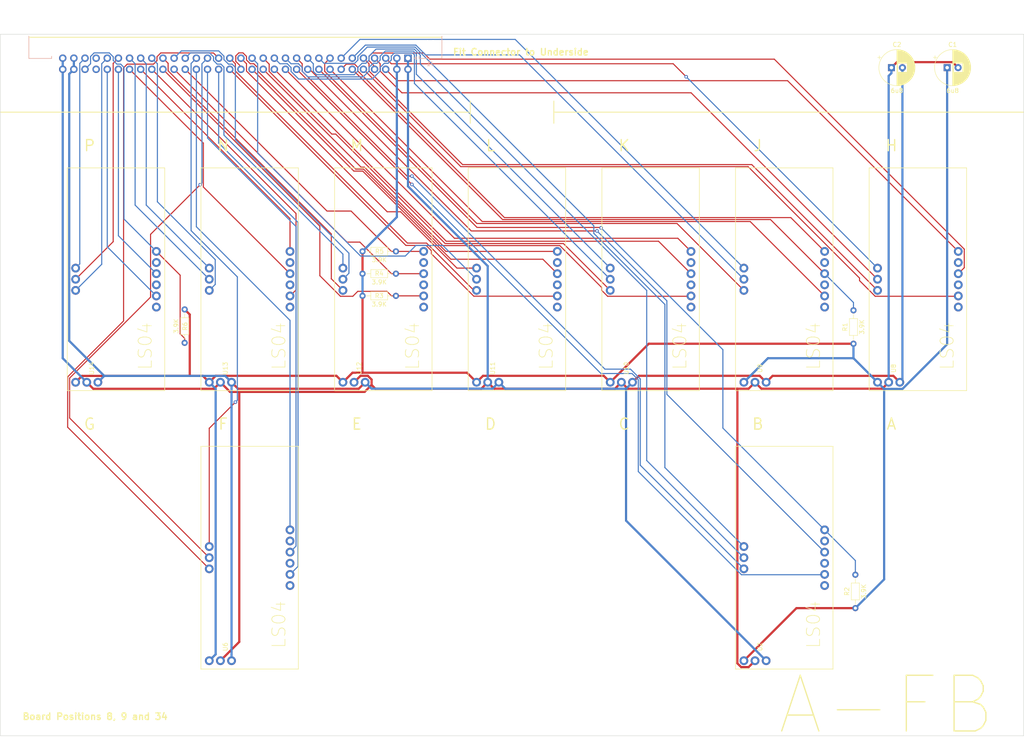
<source format=kicad_pcb>
(kicad_pcb (version 20171130) (host pcbnew "(5.0.0)")

  (general
    (thickness 1.6)
    (drawings 26)
    (tracks 472)
    (zones 0)
    (modules 18)
    (nets 58)
  )

  (page A3)
  (layers
    (0 F.Cu signal)
    (31 B.Cu signal)
    (32 B.Adhes user)
    (33 F.Adhes user)
    (34 B.Paste user)
    (35 F.Paste user)
    (36 B.SilkS user)
    (37 F.SilkS user)
    (38 B.Mask user)
    (39 F.Mask user)
    (40 Dwgs.User user)
    (41 Cmts.User user)
    (42 Eco1.User user)
    (43 Eco2.User user)
    (44 Edge.Cuts user)
    (45 Margin user)
    (46 B.CrtYd user)
    (47 F.CrtYd user)
    (48 B.Fab user)
    (49 F.Fab user)
  )

  (setup
    (last_trace_width 0.25)
    (trace_clearance 0.2)
    (zone_clearance 0.508)
    (zone_45_only no)
    (trace_min 0.2)
    (segment_width 0.2)
    (edge_width 0.1)
    (via_size 0.8)
    (via_drill 0.4)
    (via_min_size 0.4)
    (via_min_drill 0.3)
    (uvia_size 0.3)
    (uvia_drill 0.1)
    (uvias_allowed no)
    (uvia_min_size 0.2)
    (uvia_min_drill 0.1)
    (pcb_text_width 0.3)
    (pcb_text_size 1.5 1.5)
    (mod_edge_width 0.15)
    (mod_text_size 1 1)
    (mod_text_width 0.15)
    (pad_size 1.5 1.5)
    (pad_drill 0.6)
    (pad_to_mask_clearance 0)
    (aux_axis_origin 0 0)
    (visible_elements 7FFFFFFF)
    (pcbplotparams
      (layerselection 0x0d0fc_ffffffff)
      (usegerberextensions false)
      (usegerberattributes false)
      (usegerberadvancedattributes false)
      (creategerberjobfile false)
      (excludeedgelayer true)
      (linewidth 0.100000)
      (plotframeref false)
      (viasonmask false)
      (mode 1)
      (useauxorigin false)
      (hpglpennumber 1)
      (hpglpenspeed 20)
      (hpglpendiameter 15.000000)
      (psnegative false)
      (psa4output false)
      (plotreference true)
      (plotvalue true)
      (plotinvisibletext false)
      (padsonsilk false)
      (subtractmaskfromsilk false)
      (outputformat 1)
      (mirror false)
      (drillshape 0)
      (scaleselection 1)
      (outputdirectory "Gerber/"))
  )

  (net 0 "")
  (net 1 6v)
  (net 2 Neg6v)
  (net 3 GND)
  (net 4 AJ)
  (net 5 30)
  (net 6 AF)
  (net 7 28)
  (net 8 AE)
  (net 9 27)
  (net 10 AD)
  (net 11 26)
  (net 12 AC)
  (net 13 25)
  (net 14 AB)
  (net 15 24)
  (net 16 AA)
  (net 17 23)
  (net 18 Z)
  (net 19 22)
  (net 20 Y)
  (net 21 21)
  (net 22 X)
  (net 23 20)
  (net 24 W)
  (net 25 19)
  (net 26 V)
  (net 27 18)
  (net 28 U)
  (net 29 17)
  (net 30 T)
  (net 31 16)
  (net 32 S)
  (net 33 15)
  (net 34 R)
  (net 35 14)
  (net 36 P)
  (net 37 13)
  (net 38 N)
  (net 39 12)
  (net 40 M)
  (net 41 11)
  (net 42 L)
  (net 43 10)
  (net 44 K)
  (net 45 9)
  (net 46 J)
  (net 47 8)
  (net 48 H)
  (net 49 7)
  (net 50 F)
  (net 51 6)
  (net 52 E)
  (net 53 5)
  (net 54 D)
  (net 55 4)
  (net 56 C)
  (net 57 3)

  (net_class Default "This is the default net class."
    (clearance 0.2)
    (trace_width 0.25)
    (via_dia 0.8)
    (via_drill 0.4)
    (uvia_dia 0.3)
    (uvia_drill 0.1)
    (add_net 10)
    (add_net 11)
    (add_net 12)
    (add_net 13)
    (add_net 14)
    (add_net 15)
    (add_net 16)
    (add_net 17)
    (add_net 18)
    (add_net 19)
    (add_net 20)
    (add_net 21)
    (add_net 22)
    (add_net 23)
    (add_net 24)
    (add_net 25)
    (add_net 26)
    (add_net 27)
    (add_net 28)
    (add_net 3)
    (add_net 30)
    (add_net 4)
    (add_net 5)
    (add_net 6)
    (add_net 7)
    (add_net 8)
    (add_net 9)
    (add_net AA)
    (add_net AB)
    (add_net AC)
    (add_net AD)
    (add_net AE)
    (add_net AF)
    (add_net AJ)
    (add_net C)
    (add_net D)
    (add_net E)
    (add_net F)
    (add_net H)
    (add_net J)
    (add_net K)
    (add_net L)
    (add_net M)
    (add_net N)
    (add_net P)
    (add_net R)
    (add_net S)
    (add_net T)
    (add_net U)
    (add_net V)
    (add_net W)
    (add_net X)
    (add_net Y)
    (add_net Z)
  )

  (net_class 6v ""
    (clearance 0.2)
    (trace_width 0.5)
    (via_dia 1.6)
    (via_drill 0.8)
    (uvia_dia 0.3)
    (uvia_drill 0.1)
    (add_net 6v)
  )

  (net_class GND ""
    (clearance 0.2)
    (trace_width 0.5)
    (via_dia 1.6)
    (via_drill 0.8)
    (uvia_dia 0.3)
    (uvia_drill 0.1)
    (add_net GND)
  )

  (net_class Neg6v ""
    (clearance 0.2)
    (trace_width 0.5)
    (via_dia 1.6)
    (via_drill 0.8)
    (uvia_dia 0.3)
    (uvia_drill 0.1)
    (add_net Neg6v)
  )

  (module ELLIOTT:LSA (layer F.Cu) (tedit 5D583939) (tstamp 5C3BE7AF)
    (at 228.6 101.6 90)
    (path /5D670DB1)
    (fp_text reference U8 (at 0 0.5 90) (layer F.SilkS)
      (effects (font (size 1 1) (thickness 0.15)))
    )
    (fp_text value LS04 (at 5.08 12.7 90) (layer F.SilkS)
      (effects (font (size 3 3) (thickness 0.15)))
    )
    (fp_line (start -5.08 17.145) (end -5.08 -5.08) (layer F.SilkS) (width 0.15))
    (fp_line (start 45.72 17.145) (end -5.08 17.145) (layer F.SilkS) (width 0.15))
    (fp_line (start 45.72 -5.08) (end 45.72 17.145) (layer F.SilkS) (width 0.15))
    (fp_line (start -5.08 -5.08) (end 45.72 -5.08) (layer F.SilkS) (width 0.15))
    (pad 13 thru_hole circle (at 22.86 -3.175 90) (size 2 2) (drill 1.1) (layers *.Cu *.Mask)
      (net 57 3))
    (pad 12 thru_hole circle (at 20.32 -3.175 90) (size 2 2) (drill 1.1) (layers *.Cu *.Mask)
      (net 55 4))
    (pad 11 thru_hole circle (at 17.78 -3.175 90) (size 2 2) (drill 1.1) (layers *.Cu *.Mask)
      (net 53 5))
    (pad 6 thru_hole circle (at 26.67 15.24 90) (size 2 2) (drill 1.1) (layers *.Cu *.Mask)
      (net 56 C))
    (pad 5 thru_hole circle (at 24.13 15.24 90) (size 2 2) (drill 1.1) (layers *.Cu *.Mask))
    (pad 4 thru_hole circle (at 21.59 15.24 90) (size 2 2) (drill 1.1) (layers *.Cu *.Mask)
      (net 54 D))
    (pad 3 thru_hole circle (at 19.05 15.24 90) (size 2 2) (drill 1.1) (layers *.Cu *.Mask))
    (pad 2 thru_hole circle (at 16.51 15.24 90) (size 2 2) (drill 1.1) (layers *.Cu *.Mask)
      (net 52 E))
    (pad 1 thru_hole circle (at 13.97 15.24 90) (size 2 2) (drill 1.1) (layers *.Cu *.Mask))
    (pad 23 thru_hole circle (at -3.175 1.905 90) (size 2 2) (drill 1.1) (layers *.Cu *.Mask)
      (net 2 Neg6v))
    (pad 22 thru_hole circle (at -3.175 -0.635 90) (size 2 2) (drill 1.1) (layers *.Cu *.Mask)
      (net 3 GND))
    (pad 21 thru_hole circle (at -3.175 -3.175 90) (size 2 2) (drill 1.1) (layers *.Cu *.Mask)
      (net 1 6v))
  )

  (module ELLIOTT:LSA (layer F.Cu) (tedit 5D5838E7) (tstamp 5C3E73DF)
    (at 106.68 101.6 90)
    (path /5D670F3B)
    (fp_text reference U12 (at 0 0.5 90) (layer F.SilkS)
      (effects (font (size 1 1) (thickness 0.15)))
    )
    (fp_text value LS04 (at 5.08 12.7 90) (layer F.SilkS)
      (effects (font (size 3 3) (thickness 0.15)))
    )
    (fp_line (start -5.08 17.145) (end -5.08 -5.08) (layer F.SilkS) (width 0.15))
    (fp_line (start 45.72 17.145) (end -5.08 17.145) (layer F.SilkS) (width 0.15))
    (fp_line (start 45.72 -5.08) (end 45.72 17.145) (layer F.SilkS) (width 0.15))
    (fp_line (start -5.08 -5.08) (end 45.72 -5.08) (layer F.SilkS) (width 0.15))
    (pad 13 thru_hole circle (at 22.86 -3.175 90) (size 2 2) (drill 1.1) (layers *.Cu *.Mask)
      (net 21 21))
    (pad 12 thru_hole circle (at 20.32 -3.175 90) (size 2 2) (drill 1.1) (layers *.Cu *.Mask)
      (net 19 22))
    (pad 11 thru_hole circle (at 17.78 -3.175 90) (size 2 2) (drill 1.1) (layers *.Cu *.Mask)
      (net 17 23))
    (pad 6 thru_hole circle (at 26.67 15.24 90) (size 2 2) (drill 1.1) (layers *.Cu *.Mask)
      (net 20 Y))
    (pad 5 thru_hole circle (at 24.13 15.24 90) (size 2 2) (drill 1.1) (layers *.Cu *.Mask))
    (pad 4 thru_hole circle (at 21.59 15.24 90) (size 2 2) (drill 1.1) (layers *.Cu *.Mask)
      (net 18 Z))
    (pad 3 thru_hole circle (at 19.05 15.24 90) (size 2 2) (drill 1.1) (layers *.Cu *.Mask))
    (pad 2 thru_hole circle (at 16.51 15.24 90) (size 2 2) (drill 1.1) (layers *.Cu *.Mask)
      (net 16 AA))
    (pad 1 thru_hole circle (at 13.97 15.24 90) (size 2 2) (drill 1.1) (layers *.Cu *.Mask))
    (pad 23 thru_hole circle (at -3.175 1.905 90) (size 2 2) (drill 1.1) (layers *.Cu *.Mask)
      (net 2 Neg6v))
    (pad 22 thru_hole circle (at -3.175 -0.635 90) (size 2 2) (drill 1.1) (layers *.Cu *.Mask)
      (net 3 GND))
    (pad 21 thru_hole circle (at -3.175 -3.175 90) (size 2 2) (drill 1.1) (layers *.Cu *.Mask)
      (net 1 6v))
  )

  (module ELLIOTT:LSA (layer F.Cu) (tedit 5D58390C) (tstamp 5C3BE7EB)
    (at 137.16 101.6 90)
    (path /5D670EC5)
    (fp_text reference U11 (at 0 0.5 90) (layer F.SilkS)
      (effects (font (size 1 1) (thickness 0.15)))
    )
    (fp_text value LS04 (at 5.08 12.7 90) (layer F.SilkS)
      (effects (font (size 3 3) (thickness 0.15)))
    )
    (fp_line (start -5.08 17.145) (end -5.08 -5.08) (layer F.SilkS) (width 0.15))
    (fp_line (start 45.72 17.145) (end -5.08 17.145) (layer F.SilkS) (width 0.15))
    (fp_line (start 45.72 -5.08) (end 45.72 17.145) (layer F.SilkS) (width 0.15))
    (fp_line (start -5.08 -5.08) (end 45.72 -5.08) (layer F.SilkS) (width 0.15))
    (pad 13 thru_hole circle (at 22.86 -3.175 90) (size 2 2) (drill 1.1) (layers *.Cu *.Mask)
      (net 31 16))
    (pad 12 thru_hole circle (at 20.32 -3.175 90) (size 2 2) (drill 1.1) (layers *.Cu *.Mask)
      (net 33 15))
    (pad 11 thru_hole circle (at 17.78 -3.175 90) (size 2 2) (drill 1.1) (layers *.Cu *.Mask)
      (net 29 17))
    (pad 6 thru_hole circle (at 26.67 15.24 90) (size 2 2) (drill 1.1) (layers *.Cu *.Mask)
      (net 30 T))
    (pad 5 thru_hole circle (at 24.13 15.24 90) (size 2 2) (drill 1.1) (layers *.Cu *.Mask))
    (pad 4 thru_hole circle (at 21.59 15.24 90) (size 2 2) (drill 1.1) (layers *.Cu *.Mask)
      (net 32 S))
    (pad 3 thru_hole circle (at 19.05 15.24 90) (size 2 2) (drill 1.1) (layers *.Cu *.Mask))
    (pad 2 thru_hole circle (at 16.51 15.24 90) (size 2 2) (drill 1.1) (layers *.Cu *.Mask)
      (net 28 U))
    (pad 1 thru_hole circle (at 13.97 15.24 90) (size 2 2) (drill 1.1) (layers *.Cu *.Mask))
    (pad 23 thru_hole circle (at -3.175 1.905 90) (size 2 2) (drill 1.1) (layers *.Cu *.Mask)
      (net 2 Neg6v))
    (pad 22 thru_hole circle (at -3.175 -0.635 90) (size 2 2) (drill 1.1) (layers *.Cu *.Mask)
      (net 3 GND))
    (pad 21 thru_hole circle (at -3.175 -3.175 90) (size 2 2) (drill 1.1) (layers *.Cu *.Mask)
      (net 1 6v))
  )

  (module ELLIOTT:LSA (layer F.Cu) (tedit 5D5838CB) (tstamp 5C3E7576)
    (at 45.72 101.6 90)
    (path /5D670E57)
    (fp_text reference U14 (at 0 0.5 90) (layer F.SilkS)
      (effects (font (size 1 1) (thickness 0.15)))
    )
    (fp_text value LS04 (at 5.08 12.7 90) (layer F.SilkS)
      (effects (font (size 3 3) (thickness 0.15)))
    )
    (fp_line (start -5.08 17.145) (end -5.08 -5.08) (layer F.SilkS) (width 0.15))
    (fp_line (start 45.72 17.145) (end -5.08 17.145) (layer F.SilkS) (width 0.15))
    (fp_line (start 45.72 -5.08) (end 45.72 17.145) (layer F.SilkS) (width 0.15))
    (fp_line (start -5.08 -5.08) (end 45.72 -5.08) (layer F.SilkS) (width 0.15))
    (pad 13 thru_hole circle (at 22.86 -3.175 90) (size 2 2) (drill 1.1) (layers *.Cu *.Mask)
      (net 5 30))
    (pad 12 thru_hole circle (at 20.32 -3.175 90) (size 2 2) (drill 1.1) (layers *.Cu *.Mask)
      (net 9 27))
    (pad 11 thru_hole circle (at 17.78 -3.175 90) (size 2 2) (drill 1.1) (layers *.Cu *.Mask)
      (net 7 28))
    (pad 6 thru_hole circle (at 26.67 15.24 90) (size 2 2) (drill 1.1) (layers *.Cu *.Mask)
      (net 4 AJ))
    (pad 5 thru_hole circle (at 24.13 15.24 90) (size 2 2) (drill 1.1) (layers *.Cu *.Mask))
    (pad 4 thru_hole circle (at 21.59 15.24 90) (size 2 2) (drill 1.1) (layers *.Cu *.Mask)
      (net 8 AE))
    (pad 3 thru_hole circle (at 19.05 15.24 90) (size 2 2) (drill 1.1) (layers *.Cu *.Mask))
    (pad 2 thru_hole circle (at 16.51 15.24 90) (size 2 2) (drill 1.1) (layers *.Cu *.Mask)
      (net 6 AF))
    (pad 1 thru_hole circle (at 13.97 15.24 90) (size 2 2) (drill 1.1) (layers *.Cu *.Mask))
    (pad 23 thru_hole circle (at -3.175 1.905 90) (size 2 2) (drill 1.1) (layers *.Cu *.Mask)
      (net 2 Neg6v))
    (pad 22 thru_hole circle (at -3.175 -0.635 90) (size 2 2) (drill 1.1) (layers *.Cu *.Mask)
      (net 3 GND))
    (pad 21 thru_hole circle (at -3.175 -3.175 90) (size 2 2) (drill 1.1) (layers *.Cu *.Mask)
      (net 1 6v))
  )

  (module ELLIOTT:LSA (layer F.Cu) (tedit 5D5838D8) (tstamp 5C3BE813)
    (at 76.2 101.6 90)
    (path /5D670E23)
    (fp_text reference U13 (at 0 0.5 90) (layer F.SilkS)
      (effects (font (size 1 1) (thickness 0.15)))
    )
    (fp_text value LS04 (at 5.08 12.7 90) (layer F.SilkS)
      (effects (font (size 3 3) (thickness 0.15)))
    )
    (fp_line (start -5.08 17.145) (end -5.08 -5.08) (layer F.SilkS) (width 0.15))
    (fp_line (start 45.72 17.145) (end -5.08 17.145) (layer F.SilkS) (width 0.15))
    (fp_line (start 45.72 -5.08) (end 45.72 17.145) (layer F.SilkS) (width 0.15))
    (fp_line (start -5.08 -5.08) (end 45.72 -5.08) (layer F.SilkS) (width 0.15))
    (pad 13 thru_hole circle (at 22.86 -3.175 90) (size 2 2) (drill 1.1) (layers *.Cu *.Mask)
      (net 13 25))
    (pad 12 thru_hole circle (at 20.32 -3.175 90) (size 2 2) (drill 1.1) (layers *.Cu *.Mask)
      (net 11 26))
    (pad 11 thru_hole circle (at 17.78 -3.175 90) (size 2 2) (drill 1.1) (layers *.Cu *.Mask)
      (net 15 24))
    (pad 6 thru_hole circle (at 26.67 15.24 90) (size 2 2) (drill 1.1) (layers *.Cu *.Mask)
      (net 12 AC))
    (pad 5 thru_hole circle (at 24.13 15.24 90) (size 2 2) (drill 1.1) (layers *.Cu *.Mask))
    (pad 4 thru_hole circle (at 21.59 15.24 90) (size 2 2) (drill 1.1) (layers *.Cu *.Mask)
      (net 10 AD))
    (pad 3 thru_hole circle (at 19.05 15.24 90) (size 2 2) (drill 1.1) (layers *.Cu *.Mask))
    (pad 2 thru_hole circle (at 16.51 15.24 90) (size 2 2) (drill 1.1) (layers *.Cu *.Mask)
      (net 14 AB))
    (pad 1 thru_hole circle (at 13.97 15.24 90) (size 2 2) (drill 1.1) (layers *.Cu *.Mask))
    (pad 23 thru_hole circle (at -3.175 1.905 90) (size 2 2) (drill 1.1) (layers *.Cu *.Mask)
      (net 2 Neg6v))
    (pad 22 thru_hole circle (at -3.175 -0.635 90) (size 2 2) (drill 1.1) (layers *.Cu *.Mask)
      (net 3 GND))
    (pad 21 thru_hole circle (at -3.175 -3.175 90) (size 2 2) (drill 1.1) (layers *.Cu *.Mask)
      (net 1 6v))
  )

  (module ELLIOTT:R_Axial_DIN0204_L3.6mm_D1.6mm_P7.62mm_Horizontal (layer F.Cu) (tedit 5D5831BA) (tstamp 5C3BE5B1)
    (at 107.975 85.0646)
    (descr "Resistor, Axial_DIN0204 series, Axial, Horizontal, pin pitch=7.62mm, 0.167W, length*diameter=3.6*1.6mm^2, http://cdn-reichelt.de/documents/datenblatt/B400/1_4W%23YAG.pdf")
    (tags "Resistor Axial_DIN0204 series Axial Horizontal pin pitch 7.62mm 0.167W length 3.6mm diameter 1.6mm")
    (path /5D8E2171)
    (fp_text reference R3 (at 3.81 0) (layer F.SilkS)
      (effects (font (size 1 1) (thickness 0.15)))
    )
    (fp_text value 3.9K (at 3.81 1.92) (layer F.SilkS)
      (effects (font (size 1 1) (thickness 0.15)))
    )
    (fp_line (start 1.89 -0.92) (end 1.89 0.92) (layer F.SilkS) (width 0.12))
    (fp_line (start 1.89 0.92) (end 5.73 0.92) (layer F.SilkS) (width 0.12))
    (fp_line (start 5.73 0.92) (end 5.73 -0.92) (layer F.SilkS) (width 0.12))
    (fp_line (start 5.73 -0.92) (end 1.89 -0.92) (layer F.SilkS) (width 0.12))
    (fp_line (start 0.94 0) (end 1.89 0) (layer F.SilkS) (width 0.12))
    (fp_line (start 6.68 0) (end 5.73 0) (layer F.SilkS) (width 0.12))
    (fp_line (start -1.05 -1.25) (end -1.05 1.25) (layer F.CrtYd) (width 0.05))
    (fp_line (start -1.05 1.25) (end 8.67 1.25) (layer F.CrtYd) (width 0.05))
    (fp_line (start 8.67 1.25) (end 8.67 -1.25) (layer F.CrtYd) (width 0.05))
    (fp_line (start 8.67 -1.25) (end -1.05 -1.25) (layer F.CrtYd) (width 0.05))
    (pad 1 thru_hole circle (at 0 0) (size 1.4 1.4) (drill 0.7) (layers *.Cu *.Mask)
      (net 1 6v))
    (pad 2 thru_hole oval (at 7.62 0) (size 1.4 1.4) (drill 0.7) (layers *.Cu *.Mask)
      (net 16 AA))
    (model ${KISYS3DMOD}/Resistor_THT.3dshapes/R_Axial_DIN0204_L3.6mm_D1.6mm_P7.62mm_Horizontal.wrl
      (at (xyz 0 0 0))
      (scale (xyz 1 1 1))
      (rotate (xyz 0 0 0))
    )
  )

  (module ELLIOTT:R_Axial_DIN0204_L3.6mm_D1.6mm_P7.62mm_Horizontal (layer F.Cu) (tedit 5D5831CB) (tstamp 5C3E79D9)
    (at 107.975 80.01)
    (descr "Resistor, Axial_DIN0204 series, Axial, Horizontal, pin pitch=7.62mm, 0.167W, length*diameter=3.6*1.6mm^2, http://cdn-reichelt.de/documents/datenblatt/B400/1_4W%23YAG.pdf")
    (tags "Resistor Axial_DIN0204 series Axial Horizontal pin pitch 7.62mm 0.167W length 3.6mm diameter 1.6mm")
    (path /5D8E21ED)
    (fp_text reference R4 (at 3.81 -0.0508) (layer F.SilkS)
      (effects (font (size 1 1) (thickness 0.15)))
    )
    (fp_text value 3.9K (at 3.81 1.92) (layer F.SilkS)
      (effects (font (size 1 1) (thickness 0.15)))
    )
    (fp_line (start 1.89 -0.92) (end 1.89 0.92) (layer F.SilkS) (width 0.12))
    (fp_line (start 1.89 0.92) (end 5.73 0.92) (layer F.SilkS) (width 0.12))
    (fp_line (start 5.73 0.92) (end 5.73 -0.92) (layer F.SilkS) (width 0.12))
    (fp_line (start 5.73 -0.92) (end 1.89 -0.92) (layer F.SilkS) (width 0.12))
    (fp_line (start 0.94 0) (end 1.89 0) (layer F.SilkS) (width 0.12))
    (fp_line (start 6.68 0) (end 5.73 0) (layer F.SilkS) (width 0.12))
    (fp_line (start -1.05 -1.25) (end -1.05 1.25) (layer F.CrtYd) (width 0.05))
    (fp_line (start -1.05 1.25) (end 8.67 1.25) (layer F.CrtYd) (width 0.05))
    (fp_line (start 8.67 1.25) (end 8.67 -1.25) (layer F.CrtYd) (width 0.05))
    (fp_line (start 8.67 -1.25) (end -1.05 -1.25) (layer F.CrtYd) (width 0.05))
    (pad 1 thru_hole circle (at 0 0) (size 1.4 1.4) (drill 0.7) (layers *.Cu *.Mask)
      (net 1 6v))
    (pad 2 thru_hole oval (at 7.62 0) (size 1.4 1.4) (drill 0.7) (layers *.Cu *.Mask)
      (net 18 Z))
    (model ${KISYS3DMOD}/Resistor_THT.3dshapes/R_Axial_DIN0204_L3.6mm_D1.6mm_P7.62mm_Horizontal.wrl
      (at (xyz 0 0 0))
      (scale (xyz 1 1 1))
      (rotate (xyz 0 0 0))
    )
  )

  (module ELLIOTT:R_Axial_DIN0204_L3.6mm_D1.6mm_P7.62mm_Horizontal (layer F.Cu) (tedit 5D5831D3) (tstamp 5D583282)
    (at 107.975 74.93)
    (descr "Resistor, Axial_DIN0204 series, Axial, Horizontal, pin pitch=7.62mm, 0.167W, length*diameter=3.6*1.6mm^2, http://cdn-reichelt.de/documents/datenblatt/B400/1_4W%23YAG.pdf")
    (tags "Resistor Axial_DIN0204 series Axial Horizontal pin pitch 7.62mm 0.167W length 3.6mm diameter 1.6mm")
    (path /5D8E226B)
    (fp_text reference R5 (at 3.8608 0) (layer F.SilkS)
      (effects (font (size 1 1) (thickness 0.15)))
    )
    (fp_text value 3.9K (at 3.81 1.92) (layer F.SilkS)
      (effects (font (size 1 1) (thickness 0.15)))
    )
    (fp_line (start 1.89 -0.92) (end 1.89 0.92) (layer F.SilkS) (width 0.12))
    (fp_line (start 1.89 0.92) (end 5.73 0.92) (layer F.SilkS) (width 0.12))
    (fp_line (start 5.73 0.92) (end 5.73 -0.92) (layer F.SilkS) (width 0.12))
    (fp_line (start 5.73 -0.92) (end 1.89 -0.92) (layer F.SilkS) (width 0.12))
    (fp_line (start 0.94 0) (end 1.89 0) (layer F.SilkS) (width 0.12))
    (fp_line (start 6.68 0) (end 5.73 0) (layer F.SilkS) (width 0.12))
    (fp_line (start -1.05 -1.25) (end -1.05 1.25) (layer F.CrtYd) (width 0.05))
    (fp_line (start -1.05 1.25) (end 8.67 1.25) (layer F.CrtYd) (width 0.05))
    (fp_line (start 8.67 1.25) (end 8.67 -1.25) (layer F.CrtYd) (width 0.05))
    (fp_line (start 8.67 -1.25) (end -1.05 -1.25) (layer F.CrtYd) (width 0.05))
    (pad 1 thru_hole circle (at 0 0) (size 1.4 1.4) (drill 0.7) (layers *.Cu *.Mask)
      (net 1 6v))
    (pad 2 thru_hole oval (at 7.62 0) (size 1.4 1.4) (drill 0.7) (layers *.Cu *.Mask)
      (net 20 Y))
    (model ${KISYS3DMOD}/Resistor_THT.3dshapes/R_Axial_DIN0204_L3.6mm_D1.6mm_P7.62mm_Horizontal.wrl
      (at (xyz 0 0 0))
      (scale (xyz 1 1 1))
      (rotate (xyz 0 0 0))
    )
  )

  (module ELLIOTT:R_Axial_DIN0204_L3.6mm_D1.6mm_P7.62mm_Horizontal (layer F.Cu) (tedit 5D583286) (tstamp 5C3BE5E1)
    (at 67.4116 88.1634 270)
    (descr "Resistor, Axial_DIN0204 series, Axial, Horizontal, pin pitch=7.62mm, 0.167W, length*diameter=3.6*1.6mm^2, http://cdn-reichelt.de/documents/datenblatt/B400/1_4W%23YAG.pdf")
    (tags "Resistor Axial_DIN0204 series Axial Horizontal pin pitch 7.62mm 0.167W length 3.6mm diameter 1.6mm")
    (path /5D8E22EB)
    (fp_text reference R6 (at 3.8608 -0.1016 90) (layer F.SilkS)
      (effects (font (size 1 1) (thickness 0.15)))
    )
    (fp_text value 3.9K (at 3.81 1.92 270) (layer F.SilkS)
      (effects (font (size 1 1) (thickness 0.15)))
    )
    (fp_line (start 1.89 -0.92) (end 1.89 0.92) (layer F.SilkS) (width 0.12))
    (fp_line (start 1.89 0.92) (end 5.73 0.92) (layer F.SilkS) (width 0.12))
    (fp_line (start 5.73 0.92) (end 5.73 -0.92) (layer F.SilkS) (width 0.12))
    (fp_line (start 5.73 -0.92) (end 1.89 -0.92) (layer F.SilkS) (width 0.12))
    (fp_line (start 0.94 0) (end 1.89 0) (layer F.SilkS) (width 0.12))
    (fp_line (start 6.68 0) (end 5.73 0) (layer F.SilkS) (width 0.12))
    (fp_line (start -1.05 -1.25) (end -1.05 1.25) (layer F.CrtYd) (width 0.05))
    (fp_line (start -1.05 1.25) (end 8.67 1.25) (layer F.CrtYd) (width 0.05))
    (fp_line (start 8.67 1.25) (end 8.67 -1.25) (layer F.CrtYd) (width 0.05))
    (fp_line (start 8.67 -1.25) (end -1.05 -1.25) (layer F.CrtYd) (width 0.05))
    (pad 1 thru_hole circle (at 0 0 270) (size 1.4 1.4) (drill 0.7) (layers *.Cu *.Mask)
      (net 1 6v))
    (pad 2 thru_hole oval (at 7.62 0 270) (size 1.4 1.4) (drill 0.7) (layers *.Cu *.Mask)
      (net 4 AJ))
    (model ${KISYS3DMOD}/Resistor_THT.3dshapes/R_Axial_DIN0204_L3.6mm_D1.6mm_P7.62mm_Horizontal.wrl
      (at (xyz 0 0 0))
      (scale (xyz 1 1 1))
      (rotate (xyz 0 0 0))
    )
  )

  (module ELLIOTT:LSA (layer F.Cu) (tedit 5D58397A) (tstamp 5C3BE737)
    (at 198.12 165.1 90)
    (path /5D670DF1)
    (fp_text reference U2 (at 0 0.5 90) (layer F.SilkS)
      (effects (font (size 1 1) (thickness 0.15)))
    )
    (fp_text value LS04 (at 5.08 12.7 90) (layer F.SilkS)
      (effects (font (size 3 3) (thickness 0.15)))
    )
    (fp_line (start -5.08 17.145) (end -5.08 -5.08) (layer F.SilkS) (width 0.15))
    (fp_line (start 45.72 17.145) (end -5.08 17.145) (layer F.SilkS) (width 0.15))
    (fp_line (start 45.72 -5.08) (end 45.72 17.145) (layer F.SilkS) (width 0.15))
    (fp_line (start -5.08 -5.08) (end 45.72 -5.08) (layer F.SilkS) (width 0.15))
    (pad 13 thru_hole circle (at 22.86 -3.175 90) (size 2 2) (drill 1.1) (layers *.Cu *.Mask)
      (net 45 9))
    (pad 12 thru_hole circle (at 20.32 -3.175 90) (size 2 2) (drill 1.1) (layers *.Cu *.Mask)
      (net 43 10))
    (pad 11 thru_hole circle (at 17.78 -3.175 90) (size 2 2) (drill 1.1) (layers *.Cu *.Mask)
      (net 41 11))
    (pad 6 thru_hole circle (at 26.67 15.24 90) (size 2 2) (drill 1.1) (layers *.Cu *.Mask)
      (net 44 K))
    (pad 5 thru_hole circle (at 24.13 15.24 90) (size 2 2) (drill 1.1) (layers *.Cu *.Mask))
    (pad 4 thru_hole circle (at 21.59 15.24 90) (size 2 2) (drill 1.1) (layers *.Cu *.Mask)
      (net 42 L))
    (pad 3 thru_hole circle (at 19.05 15.24 90) (size 2 2) (drill 1.1) (layers *.Cu *.Mask))
    (pad 2 thru_hole circle (at 16.51 15.24 90) (size 2 2) (drill 1.1) (layers *.Cu *.Mask)
      (net 40 M))
    (pad 1 thru_hole circle (at 13.97 15.24 90) (size 2 2) (drill 1.1) (layers *.Cu *.Mask))
    (pad 23 thru_hole circle (at -3.175 1.905 90) (size 2 2) (drill 1.1) (layers *.Cu *.Mask)
      (net 2 Neg6v))
    (pad 22 thru_hole circle (at -3.175 -0.635 90) (size 2 2) (drill 1.1) (layers *.Cu *.Mask)
      (net 3 GND))
    (pad 21 thru_hole circle (at -3.175 -3.175 90) (size 2 2) (drill 1.1) (layers *.Cu *.Mask)
      (net 1 6v))
  )

  (module ELLIOTT:LSA (layer F.Cu) (tedit 5D5839AA) (tstamp 5C3BF553)
    (at 76.2 165.1 90)
    (path /5D670E8D)
    (fp_text reference U6 (at 0 0.5 90) (layer F.SilkS)
      (effects (font (size 1 1) (thickness 0.15)))
    )
    (fp_text value LS04 (at 5.08 12.7 90) (layer F.SilkS)
      (effects (font (size 3 3) (thickness 0.15)))
    )
    (fp_line (start -5.08 17.145) (end -5.08 -5.08) (layer F.SilkS) (width 0.15))
    (fp_line (start 45.72 17.145) (end -5.08 17.145) (layer F.SilkS) (width 0.15))
    (fp_line (start 45.72 -5.08) (end 45.72 17.145) (layer F.SilkS) (width 0.15))
    (fp_line (start -5.08 -5.08) (end 45.72 -5.08) (layer F.SilkS) (width 0.15))
    (pad 13 thru_hole circle (at 22.86 -3.175 90) (size 2 2) (drill 1.1) (layers *.Cu *.Mask)
      (net 23 20))
    (pad 12 thru_hole circle (at 20.32 -3.175 90) (size 2 2) (drill 1.1) (layers *.Cu *.Mask)
      (net 25 19))
    (pad 11 thru_hole circle (at 17.78 -3.175 90) (size 2 2) (drill 1.1) (layers *.Cu *.Mask)
      (net 27 18))
    (pad 6 thru_hole circle (at 26.67 15.24 90) (size 2 2) (drill 1.1) (layers *.Cu *.Mask)
      (net 22 X))
    (pad 5 thru_hole circle (at 24.13 15.24 90) (size 2 2) (drill 1.1) (layers *.Cu *.Mask))
    (pad 4 thru_hole circle (at 21.59 15.24 90) (size 2 2) (drill 1.1) (layers *.Cu *.Mask)
      (net 24 W))
    (pad 3 thru_hole circle (at 19.05 15.24 90) (size 2 2) (drill 1.1) (layers *.Cu *.Mask))
    (pad 2 thru_hole circle (at 16.51 15.24 90) (size 2 2) (drill 1.1) (layers *.Cu *.Mask)
      (net 26 V))
    (pad 1 thru_hole circle (at 13.97 15.24 90) (size 2 2) (drill 1.1) (layers *.Cu *.Mask))
    (pad 23 thru_hole circle (at -3.175 1.905 90) (size 2 2) (drill 1.1) (layers *.Cu *.Mask)
      (net 2 Neg6v))
    (pad 22 thru_hole circle (at -3.175 -0.635 90) (size 2 2) (drill 1.1) (layers *.Cu *.Mask)
      (net 3 GND))
    (pad 21 thru_hole circle (at -3.175 -3.175 90) (size 2 2) (drill 1.1) (layers *.Cu *.Mask)
      (net 1 6v))
  )

  (module ELLIOTT:LSA (layer F.Cu) (tedit 5D58392A) (tstamp 5C3BE7C3)
    (at 198.12 101.6 90)
    (path /5D670EFF)
    (fp_text reference U9 (at 0 0.5 90) (layer F.SilkS)
      (effects (font (size 1 1) (thickness 0.15)))
    )
    (fp_text value LS04 (at 5.08 12.7 90) (layer F.SilkS)
      (effects (font (size 3 3) (thickness 0.15)))
    )
    (fp_line (start -5.08 17.145) (end -5.08 -5.08) (layer F.SilkS) (width 0.15))
    (fp_line (start 45.72 17.145) (end -5.08 17.145) (layer F.SilkS) (width 0.15))
    (fp_line (start 45.72 -5.08) (end 45.72 17.145) (layer F.SilkS) (width 0.15))
    (fp_line (start -5.08 -5.08) (end 45.72 -5.08) (layer F.SilkS) (width 0.15))
    (pad 13 thru_hole circle (at 22.86 -3.175 90) (size 2 2) (drill 1.1) (layers *.Cu *.Mask)
      (net 49 7))
    (pad 12 thru_hole circle (at 20.32 -3.175 90) (size 2 2) (drill 1.1) (layers *.Cu *.Mask)
      (net 51 6))
    (pad 11 thru_hole circle (at 17.78 -3.175 90) (size 2 2) (drill 1.1) (layers *.Cu *.Mask)
      (net 47 8))
    (pad 6 thru_hole circle (at 26.67 15.24 90) (size 2 2) (drill 1.1) (layers *.Cu *.Mask)
      (net 48 H))
    (pad 5 thru_hole circle (at 24.13 15.24 90) (size 2 2) (drill 1.1) (layers *.Cu *.Mask))
    (pad 4 thru_hole circle (at 21.59 15.24 90) (size 2 2) (drill 1.1) (layers *.Cu *.Mask)
      (net 50 F))
    (pad 3 thru_hole circle (at 19.05 15.24 90) (size 2 2) (drill 1.1) (layers *.Cu *.Mask))
    (pad 2 thru_hole circle (at 16.51 15.24 90) (size 2 2) (drill 1.1) (layers *.Cu *.Mask)
      (net 46 J))
    (pad 1 thru_hole circle (at 13.97 15.24 90) (size 2 2) (drill 1.1) (layers *.Cu *.Mask))
    (pad 23 thru_hole circle (at -3.175 1.905 90) (size 2 2) (drill 1.1) (layers *.Cu *.Mask)
      (net 2 Neg6v))
    (pad 22 thru_hole circle (at -3.175 -0.635 90) (size 2 2) (drill 1.1) (layers *.Cu *.Mask)
      (net 3 GND))
    (pad 21 thru_hole circle (at -3.175 -3.175 90) (size 2 2) (drill 1.1) (layers *.Cu *.Mask)
      (net 1 6v))
  )

  (module ELLIOTT:LSA (layer F.Cu) (tedit 5D58391D) (tstamp 5C30D02F)
    (at 167.64 101.6 90)
    (path /5D670F79)
    (fp_text reference U10 (at 0 0.5 90) (layer F.SilkS)
      (effects (font (size 1 1) (thickness 0.15)))
    )
    (fp_text value LS04 (at 5.08 12.7 90) (layer F.SilkS)
      (effects (font (size 3 3) (thickness 0.15)))
    )
    (fp_line (start -5.08 17.145) (end -5.08 -5.08) (layer F.SilkS) (width 0.15))
    (fp_line (start 45.72 17.145) (end -5.08 17.145) (layer F.SilkS) (width 0.15))
    (fp_line (start 45.72 -5.08) (end 45.72 17.145) (layer F.SilkS) (width 0.15))
    (fp_line (start -5.08 -5.08) (end 45.72 -5.08) (layer F.SilkS) (width 0.15))
    (pad 13 thru_hole circle (at 22.86 -3.175 90) (size 2 2) (drill 1.1) (layers *.Cu *.Mask)
      (net 39 12))
    (pad 12 thru_hole circle (at 20.32 -3.175 90) (size 2 2) (drill 1.1) (layers *.Cu *.Mask)
      (net 37 13))
    (pad 11 thru_hole circle (at 17.78 -3.175 90) (size 2 2) (drill 1.1) (layers *.Cu *.Mask)
      (net 35 14))
    (pad 6 thru_hole circle (at 26.67 15.24 90) (size 2 2) (drill 1.1) (layers *.Cu *.Mask)
      (net 38 N))
    (pad 5 thru_hole circle (at 24.13 15.24 90) (size 2 2) (drill 1.1) (layers *.Cu *.Mask))
    (pad 4 thru_hole circle (at 21.59 15.24 90) (size 2 2) (drill 1.1) (layers *.Cu *.Mask)
      (net 36 P))
    (pad 3 thru_hole circle (at 19.05 15.24 90) (size 2 2) (drill 1.1) (layers *.Cu *.Mask))
    (pad 2 thru_hole circle (at 16.51 15.24 90) (size 2 2) (drill 1.1) (layers *.Cu *.Mask)
      (net 34 R))
    (pad 1 thru_hole circle (at 13.97 15.24 90) (size 2 2) (drill 1.1) (layers *.Cu *.Mask))
    (pad 23 thru_hole circle (at -3.175 1.905 90) (size 2 2) (drill 1.1) (layers *.Cu *.Mask)
      (net 2 Neg6v))
    (pad 22 thru_hole circle (at -3.175 -0.635 90) (size 2 2) (drill 1.1) (layers *.Cu *.Mask)
      (net 3 GND))
    (pad 21 thru_hole circle (at -3.175 -3.175 90) (size 2 2) (drill 1.1) (layers *.Cu *.Mask)
      (net 1 6v))
  )

  (module Capacitor_THT:CP_Radial_D8.0mm_P2.50mm (layer F.Cu) (tedit 5D5836DE) (tstamp 5C3BF4E0)
    (at 241.3 33.02)
    (descr "CP, Radial series, Radial, pin pitch=2.50mm, , diameter=8mm, Electrolytic Capacitor")
    (tags "CP Radial series Radial pin pitch 2.50mm  diameter 8mm Electrolytic Capacitor")
    (path /5C649A15)
    (fp_text reference C1 (at 1.25 -5.25) (layer F.SilkS)
      (effects (font (size 1 1) (thickness 0.15)))
    )
    (fp_text value 6u8 (at 1.25 5.25) (layer F.SilkS)
      (effects (font (size 1 1) (thickness 0.15)))
    )
    (fp_text user %R (at 1.25 0) (layer F.Fab)
      (effects (font (size 1 1) (thickness 0.15)))
    )
    (fp_line (start -2.759698 -2.715) (end -2.759698 -1.915) (layer F.SilkS) (width 0.12))
    (fp_line (start -3.159698 -2.315) (end -2.359698 -2.315) (layer F.SilkS) (width 0.12))
    (fp_line (start 5.331 -0.533) (end 5.331 0.533) (layer F.SilkS) (width 0.12))
    (fp_line (start 5.291 -0.768) (end 5.291 0.768) (layer F.SilkS) (width 0.12))
    (fp_line (start 5.251 -0.948) (end 5.251 0.948) (layer F.SilkS) (width 0.12))
    (fp_line (start 5.211 -1.098) (end 5.211 1.098) (layer F.SilkS) (width 0.12))
    (fp_line (start 5.171 -1.229) (end 5.171 1.229) (layer F.SilkS) (width 0.12))
    (fp_line (start 5.131 -1.346) (end 5.131 1.346) (layer F.SilkS) (width 0.12))
    (fp_line (start 5.091 -1.453) (end 5.091 1.453) (layer F.SilkS) (width 0.12))
    (fp_line (start 5.051 -1.552) (end 5.051 1.552) (layer F.SilkS) (width 0.12))
    (fp_line (start 5.011 -1.645) (end 5.011 1.645) (layer F.SilkS) (width 0.12))
    (fp_line (start 4.971 -1.731) (end 4.971 1.731) (layer F.SilkS) (width 0.12))
    (fp_line (start 4.931 -1.813) (end 4.931 1.813) (layer F.SilkS) (width 0.12))
    (fp_line (start 4.891 -1.89) (end 4.891 1.89) (layer F.SilkS) (width 0.12))
    (fp_line (start 4.851 -1.964) (end 4.851 1.964) (layer F.SilkS) (width 0.12))
    (fp_line (start 4.811 -2.034) (end 4.811 2.034) (layer F.SilkS) (width 0.12))
    (fp_line (start 4.771 -2.102) (end 4.771 2.102) (layer F.SilkS) (width 0.12))
    (fp_line (start 4.731 -2.166) (end 4.731 2.166) (layer F.SilkS) (width 0.12))
    (fp_line (start 4.691 -2.228) (end 4.691 2.228) (layer F.SilkS) (width 0.12))
    (fp_line (start 4.651 -2.287) (end 4.651 2.287) (layer F.SilkS) (width 0.12))
    (fp_line (start 4.611 -2.345) (end 4.611 2.345) (layer F.SilkS) (width 0.12))
    (fp_line (start 4.571 -2.4) (end 4.571 2.4) (layer F.SilkS) (width 0.12))
    (fp_line (start 4.531 -2.454) (end 4.531 2.454) (layer F.SilkS) (width 0.12))
    (fp_line (start 4.491 -2.505) (end 4.491 2.505) (layer F.SilkS) (width 0.12))
    (fp_line (start 4.451 -2.556) (end 4.451 2.556) (layer F.SilkS) (width 0.12))
    (fp_line (start 4.411 -2.604) (end 4.411 2.604) (layer F.SilkS) (width 0.12))
    (fp_line (start 4.371 -2.651) (end 4.371 2.651) (layer F.SilkS) (width 0.12))
    (fp_line (start 4.331 -2.697) (end 4.331 2.697) (layer F.SilkS) (width 0.12))
    (fp_line (start 4.291 -2.741) (end 4.291 2.741) (layer F.SilkS) (width 0.12))
    (fp_line (start 4.251 -2.784) (end 4.251 2.784) (layer F.SilkS) (width 0.12))
    (fp_line (start 4.211 -2.826) (end 4.211 2.826) (layer F.SilkS) (width 0.12))
    (fp_line (start 4.171 -2.867) (end 4.171 2.867) (layer F.SilkS) (width 0.12))
    (fp_line (start 4.131 -2.907) (end 4.131 2.907) (layer F.SilkS) (width 0.12))
    (fp_line (start 4.091 -2.945) (end 4.091 2.945) (layer F.SilkS) (width 0.12))
    (fp_line (start 4.051 -2.983) (end 4.051 2.983) (layer F.SilkS) (width 0.12))
    (fp_line (start 4.011 -3.019) (end 4.011 3.019) (layer F.SilkS) (width 0.12))
    (fp_line (start 3.971 -3.055) (end 3.971 3.055) (layer F.SilkS) (width 0.12))
    (fp_line (start 3.931 -3.09) (end 3.931 3.09) (layer F.SilkS) (width 0.12))
    (fp_line (start 3.891 -3.124) (end 3.891 3.124) (layer F.SilkS) (width 0.12))
    (fp_line (start 3.851 -3.156) (end 3.851 3.156) (layer F.SilkS) (width 0.12))
    (fp_line (start 3.811 -3.189) (end 3.811 3.189) (layer F.SilkS) (width 0.12))
    (fp_line (start 3.771 -3.22) (end 3.771 3.22) (layer F.SilkS) (width 0.12))
    (fp_line (start 3.731 -3.25) (end 3.731 3.25) (layer F.SilkS) (width 0.12))
    (fp_line (start 3.691 -3.28) (end 3.691 3.28) (layer F.SilkS) (width 0.12))
    (fp_line (start 3.651 -3.309) (end 3.651 3.309) (layer F.SilkS) (width 0.12))
    (fp_line (start 3.611 -3.338) (end 3.611 3.338) (layer F.SilkS) (width 0.12))
    (fp_line (start 3.571 -3.365) (end 3.571 3.365) (layer F.SilkS) (width 0.12))
    (fp_line (start 3.531 1.04) (end 3.531 3.392) (layer F.SilkS) (width 0.12))
    (fp_line (start 3.531 -3.392) (end 3.531 -1.04) (layer F.SilkS) (width 0.12))
    (fp_line (start 3.491 1.04) (end 3.491 3.418) (layer F.SilkS) (width 0.12))
    (fp_line (start 3.491 -3.418) (end 3.491 -1.04) (layer F.SilkS) (width 0.12))
    (fp_line (start 3.451 1.04) (end 3.451 3.444) (layer F.SilkS) (width 0.12))
    (fp_line (start 3.451 -3.444) (end 3.451 -1.04) (layer F.SilkS) (width 0.12))
    (fp_line (start 3.411 1.04) (end 3.411 3.469) (layer F.SilkS) (width 0.12))
    (fp_line (start 3.411 -3.469) (end 3.411 -1.04) (layer F.SilkS) (width 0.12))
    (fp_line (start 3.371 1.04) (end 3.371 3.493) (layer F.SilkS) (width 0.12))
    (fp_line (start 3.371 -3.493) (end 3.371 -1.04) (layer F.SilkS) (width 0.12))
    (fp_line (start 3.331 1.04) (end 3.331 3.517) (layer F.SilkS) (width 0.12))
    (fp_line (start 3.331 -3.517) (end 3.331 -1.04) (layer F.SilkS) (width 0.12))
    (fp_line (start 3.291 1.04) (end 3.291 3.54) (layer F.SilkS) (width 0.12))
    (fp_line (start 3.291 -3.54) (end 3.291 -1.04) (layer F.SilkS) (width 0.12))
    (fp_line (start 3.251 1.04) (end 3.251 3.562) (layer F.SilkS) (width 0.12))
    (fp_line (start 3.251 -3.562) (end 3.251 -1.04) (layer F.SilkS) (width 0.12))
    (fp_line (start 3.211 1.04) (end 3.211 3.584) (layer F.SilkS) (width 0.12))
    (fp_line (start 3.211 -3.584) (end 3.211 -1.04) (layer F.SilkS) (width 0.12))
    (fp_line (start 3.171 1.04) (end 3.171 3.606) (layer F.SilkS) (width 0.12))
    (fp_line (start 3.171 -3.606) (end 3.171 -1.04) (layer F.SilkS) (width 0.12))
    (fp_line (start 3.131 1.04) (end 3.131 3.627) (layer F.SilkS) (width 0.12))
    (fp_line (start 3.131 -3.627) (end 3.131 -1.04) (layer F.SilkS) (width 0.12))
    (fp_line (start 3.091 1.04) (end 3.091 3.647) (layer F.SilkS) (width 0.12))
    (fp_line (start 3.091 -3.647) (end 3.091 -1.04) (layer F.SilkS) (width 0.12))
    (fp_line (start 3.051 1.04) (end 3.051 3.666) (layer F.SilkS) (width 0.12))
    (fp_line (start 3.051 -3.666) (end 3.051 -1.04) (layer F.SilkS) (width 0.12))
    (fp_line (start 3.011 1.04) (end 3.011 3.686) (layer F.SilkS) (width 0.12))
    (fp_line (start 3.011 -3.686) (end 3.011 -1.04) (layer F.SilkS) (width 0.12))
    (fp_line (start 2.971 1.04) (end 2.971 3.704) (layer F.SilkS) (width 0.12))
    (fp_line (start 2.971 -3.704) (end 2.971 -1.04) (layer F.SilkS) (width 0.12))
    (fp_line (start 2.931 1.04) (end 2.931 3.722) (layer F.SilkS) (width 0.12))
    (fp_line (start 2.931 -3.722) (end 2.931 -1.04) (layer F.SilkS) (width 0.12))
    (fp_line (start 2.891 1.04) (end 2.891 3.74) (layer F.SilkS) (width 0.12))
    (fp_line (start 2.891 -3.74) (end 2.891 -1.04) (layer F.SilkS) (width 0.12))
    (fp_line (start 2.851 1.04) (end 2.851 3.757) (layer F.SilkS) (width 0.12))
    (fp_line (start 2.851 -3.757) (end 2.851 -1.04) (layer F.SilkS) (width 0.12))
    (fp_line (start 2.811 1.04) (end 2.811 3.774) (layer F.SilkS) (width 0.12))
    (fp_line (start 2.811 -3.774) (end 2.811 -1.04) (layer F.SilkS) (width 0.12))
    (fp_line (start 2.771 1.04) (end 2.771 3.79) (layer F.SilkS) (width 0.12))
    (fp_line (start 2.771 -3.79) (end 2.771 -1.04) (layer F.SilkS) (width 0.12))
    (fp_line (start 2.731 1.04) (end 2.731 3.805) (layer F.SilkS) (width 0.12))
    (fp_line (start 2.731 -3.805) (end 2.731 -1.04) (layer F.SilkS) (width 0.12))
    (fp_line (start 2.691 1.04) (end 2.691 3.821) (layer F.SilkS) (width 0.12))
    (fp_line (start 2.691 -3.821) (end 2.691 -1.04) (layer F.SilkS) (width 0.12))
    (fp_line (start 2.651 1.04) (end 2.651 3.835) (layer F.SilkS) (width 0.12))
    (fp_line (start 2.651 -3.835) (end 2.651 -1.04) (layer F.SilkS) (width 0.12))
    (fp_line (start 2.611 1.04) (end 2.611 3.85) (layer F.SilkS) (width 0.12))
    (fp_line (start 2.611 -3.85) (end 2.611 -1.04) (layer F.SilkS) (width 0.12))
    (fp_line (start 2.571 1.04) (end 2.571 3.863) (layer F.SilkS) (width 0.12))
    (fp_line (start 2.571 -3.863) (end 2.571 -1.04) (layer F.SilkS) (width 0.12))
    (fp_line (start 2.531 1.04) (end 2.531 3.877) (layer F.SilkS) (width 0.12))
    (fp_line (start 2.531 -3.877) (end 2.531 -1.04) (layer F.SilkS) (width 0.12))
    (fp_line (start 2.491 1.04) (end 2.491 3.889) (layer F.SilkS) (width 0.12))
    (fp_line (start 2.491 -3.889) (end 2.491 -1.04) (layer F.SilkS) (width 0.12))
    (fp_line (start 2.451 1.04) (end 2.451 3.902) (layer F.SilkS) (width 0.12))
    (fp_line (start 2.451 -3.902) (end 2.451 -1.04) (layer F.SilkS) (width 0.12))
    (fp_line (start 2.411 1.04) (end 2.411 3.914) (layer F.SilkS) (width 0.12))
    (fp_line (start 2.411 -3.914) (end 2.411 -1.04) (layer F.SilkS) (width 0.12))
    (fp_line (start 2.371 1.04) (end 2.371 3.925) (layer F.SilkS) (width 0.12))
    (fp_line (start 2.371 -3.925) (end 2.371 -1.04) (layer F.SilkS) (width 0.12))
    (fp_line (start 2.331 1.04) (end 2.331 3.936) (layer F.SilkS) (width 0.12))
    (fp_line (start 2.331 -3.936) (end 2.331 -1.04) (layer F.SilkS) (width 0.12))
    (fp_line (start 2.291 1.04) (end 2.291 3.947) (layer F.SilkS) (width 0.12))
    (fp_line (start 2.291 -3.947) (end 2.291 -1.04) (layer F.SilkS) (width 0.12))
    (fp_line (start 2.251 1.04) (end 2.251 3.957) (layer F.SilkS) (width 0.12))
    (fp_line (start 2.251 -3.957) (end 2.251 -1.04) (layer F.SilkS) (width 0.12))
    (fp_line (start 2.211 1.04) (end 2.211 3.967) (layer F.SilkS) (width 0.12))
    (fp_line (start 2.211 -3.967) (end 2.211 -1.04) (layer F.SilkS) (width 0.12))
    (fp_line (start 2.171 1.04) (end 2.171 3.976) (layer F.SilkS) (width 0.12))
    (fp_line (start 2.171 -3.976) (end 2.171 -1.04) (layer F.SilkS) (width 0.12))
    (fp_line (start 2.131 1.04) (end 2.131 3.985) (layer F.SilkS) (width 0.12))
    (fp_line (start 2.131 -3.985) (end 2.131 -1.04) (layer F.SilkS) (width 0.12))
    (fp_line (start 2.091 1.04) (end 2.091 3.994) (layer F.SilkS) (width 0.12))
    (fp_line (start 2.091 -3.994) (end 2.091 -1.04) (layer F.SilkS) (width 0.12))
    (fp_line (start 2.051 1.04) (end 2.051 4.002) (layer F.SilkS) (width 0.12))
    (fp_line (start 2.051 -4.002) (end 2.051 -1.04) (layer F.SilkS) (width 0.12))
    (fp_line (start 2.011 1.04) (end 2.011 4.01) (layer F.SilkS) (width 0.12))
    (fp_line (start 2.011 -4.01) (end 2.011 -1.04) (layer F.SilkS) (width 0.12))
    (fp_line (start 1.971 1.04) (end 1.971 4.017) (layer F.SilkS) (width 0.12))
    (fp_line (start 1.971 -4.017) (end 1.971 -1.04) (layer F.SilkS) (width 0.12))
    (fp_line (start 1.93 1.04) (end 1.93 4.024) (layer F.SilkS) (width 0.12))
    (fp_line (start 1.93 -4.024) (end 1.93 -1.04) (layer F.SilkS) (width 0.12))
    (fp_line (start 1.89 1.04) (end 1.89 4.03) (layer F.SilkS) (width 0.12))
    (fp_line (start 1.89 -4.03) (end 1.89 -1.04) (layer F.SilkS) (width 0.12))
    (fp_line (start 1.85 1.04) (end 1.85 4.037) (layer F.SilkS) (width 0.12))
    (fp_line (start 1.85 -4.037) (end 1.85 -1.04) (layer F.SilkS) (width 0.12))
    (fp_line (start 1.81 1.04) (end 1.81 4.042) (layer F.SilkS) (width 0.12))
    (fp_line (start 1.81 -4.042) (end 1.81 -1.04) (layer F.SilkS) (width 0.12))
    (fp_line (start 1.77 1.04) (end 1.77 4.048) (layer F.SilkS) (width 0.12))
    (fp_line (start 1.77 -4.048) (end 1.77 -1.04) (layer F.SilkS) (width 0.12))
    (fp_line (start 1.73 1.04) (end 1.73 4.052) (layer F.SilkS) (width 0.12))
    (fp_line (start 1.73 -4.052) (end 1.73 -1.04) (layer F.SilkS) (width 0.12))
    (fp_line (start 1.69 1.04) (end 1.69 4.057) (layer F.SilkS) (width 0.12))
    (fp_line (start 1.69 -4.057) (end 1.69 -1.04) (layer F.SilkS) (width 0.12))
    (fp_line (start 1.65 1.04) (end 1.65 4.061) (layer F.SilkS) (width 0.12))
    (fp_line (start 1.65 -4.061) (end 1.65 -1.04) (layer F.SilkS) (width 0.12))
    (fp_line (start 1.61 1.04) (end 1.61 4.065) (layer F.SilkS) (width 0.12))
    (fp_line (start 1.61 -4.065) (end 1.61 -1.04) (layer F.SilkS) (width 0.12))
    (fp_line (start 1.57 1.04) (end 1.57 4.068) (layer F.SilkS) (width 0.12))
    (fp_line (start 1.57 -4.068) (end 1.57 -1.04) (layer F.SilkS) (width 0.12))
    (fp_line (start 1.53 1.04) (end 1.53 4.071) (layer F.SilkS) (width 0.12))
    (fp_line (start 1.53 -4.071) (end 1.53 -1.04) (layer F.SilkS) (width 0.12))
    (fp_line (start 1.49 1.04) (end 1.49 4.074) (layer F.SilkS) (width 0.12))
    (fp_line (start 1.49 -4.074) (end 1.49 -1.04) (layer F.SilkS) (width 0.12))
    (fp_line (start 1.45 -4.076) (end 1.45 4.076) (layer F.SilkS) (width 0.12))
    (fp_line (start 1.41 -4.077) (end 1.41 4.077) (layer F.SilkS) (width 0.12))
    (fp_line (start 1.37 -4.079) (end 1.37 4.079) (layer F.SilkS) (width 0.12))
    (fp_line (start 1.33 -4.08) (end 1.33 4.08) (layer F.SilkS) (width 0.12))
    (fp_line (start 1.29 -4.08) (end 1.29 4.08) (layer F.SilkS) (width 0.12))
    (fp_line (start 1.25 -4.08) (end 1.25 4.08) (layer F.SilkS) (width 0.12))
    (fp_line (start -1.776759 -2.1475) (end -1.776759 -1.3475) (layer F.Fab) (width 0.1))
    (fp_line (start -2.176759 -1.7475) (end -1.376759 -1.7475) (layer F.Fab) (width 0.1))
    (fp_circle (center 1.25 0) (end 5.5 0) (layer F.CrtYd) (width 0.05))
    (fp_circle (center 1.25 0) (end 5.37 0) (layer F.SilkS) (width 0.12))
    (fp_circle (center 1.25 0) (end 5.25 0) (layer F.Fab) (width 0.1))
    (pad 2 thru_hole circle (at 2.5 0) (size 1.6 1.6) (drill 0.8) (layers *.Cu *.Mask)
      (net 3 GND))
    (pad 1 thru_hole rect (at 0 0) (size 1.6 1.6) (drill 0.8) (layers *.Cu *.Mask)
      (net 1 6v))
    (model ${KISYS3DMOD}/Capacitor_THT.3dshapes/CP_Radial_D8.0mm_P2.50mm.wrl
      (at (xyz 0 0 0))
      (scale (xyz 1 1 1))
      (rotate (xyz 0 0 0))
    )
  )

  (module Capacitor_THT:CP_Radial_D8.0mm_P2.50mm (layer F.Cu) (tedit 5D5836E6) (tstamp 5C3BF588)
    (at 228.6 33.02)
    (descr "CP, Radial series, Radial, pin pitch=2.50mm, , diameter=8mm, Electrolytic Capacitor")
    (tags "CP Radial series Radial pin pitch 2.50mm  diameter 8mm Electrolytic Capacitor")
    (path /5C675B1B)
    (fp_text reference C2 (at 1.25 -5.25) (layer F.SilkS)
      (effects (font (size 1 1) (thickness 0.15)))
    )
    (fp_text value 6u8 (at 1.25 5.25) (layer F.SilkS)
      (effects (font (size 1 1) (thickness 0.15)))
    )
    (fp_text user %R (at 1.25 0) (layer F.Fab)
      (effects (font (size 1 1) (thickness 0.15)))
    )
    (fp_line (start -2.759698 -2.715) (end -2.759698 -1.915) (layer F.SilkS) (width 0.12))
    (fp_line (start -3.159698 -2.315) (end -2.359698 -2.315) (layer F.SilkS) (width 0.12))
    (fp_line (start 5.331 -0.533) (end 5.331 0.533) (layer F.SilkS) (width 0.12))
    (fp_line (start 5.291 -0.768) (end 5.291 0.768) (layer F.SilkS) (width 0.12))
    (fp_line (start 5.251 -0.948) (end 5.251 0.948) (layer F.SilkS) (width 0.12))
    (fp_line (start 5.211 -1.098) (end 5.211 1.098) (layer F.SilkS) (width 0.12))
    (fp_line (start 5.171 -1.229) (end 5.171 1.229) (layer F.SilkS) (width 0.12))
    (fp_line (start 5.131 -1.346) (end 5.131 1.346) (layer F.SilkS) (width 0.12))
    (fp_line (start 5.091 -1.453) (end 5.091 1.453) (layer F.SilkS) (width 0.12))
    (fp_line (start 5.051 -1.552) (end 5.051 1.552) (layer F.SilkS) (width 0.12))
    (fp_line (start 5.011 -1.645) (end 5.011 1.645) (layer F.SilkS) (width 0.12))
    (fp_line (start 4.971 -1.731) (end 4.971 1.731) (layer F.SilkS) (width 0.12))
    (fp_line (start 4.931 -1.813) (end 4.931 1.813) (layer F.SilkS) (width 0.12))
    (fp_line (start 4.891 -1.89) (end 4.891 1.89) (layer F.SilkS) (width 0.12))
    (fp_line (start 4.851 -1.964) (end 4.851 1.964) (layer F.SilkS) (width 0.12))
    (fp_line (start 4.811 -2.034) (end 4.811 2.034) (layer F.SilkS) (width 0.12))
    (fp_line (start 4.771 -2.102) (end 4.771 2.102) (layer F.SilkS) (width 0.12))
    (fp_line (start 4.731 -2.166) (end 4.731 2.166) (layer F.SilkS) (width 0.12))
    (fp_line (start 4.691 -2.228) (end 4.691 2.228) (layer F.SilkS) (width 0.12))
    (fp_line (start 4.651 -2.287) (end 4.651 2.287) (layer F.SilkS) (width 0.12))
    (fp_line (start 4.611 -2.345) (end 4.611 2.345) (layer F.SilkS) (width 0.12))
    (fp_line (start 4.571 -2.4) (end 4.571 2.4) (layer F.SilkS) (width 0.12))
    (fp_line (start 4.531 -2.454) (end 4.531 2.454) (layer F.SilkS) (width 0.12))
    (fp_line (start 4.491 -2.505) (end 4.491 2.505) (layer F.SilkS) (width 0.12))
    (fp_line (start 4.451 -2.556) (end 4.451 2.556) (layer F.SilkS) (width 0.12))
    (fp_line (start 4.411 -2.604) (end 4.411 2.604) (layer F.SilkS) (width 0.12))
    (fp_line (start 4.371 -2.651) (end 4.371 2.651) (layer F.SilkS) (width 0.12))
    (fp_line (start 4.331 -2.697) (end 4.331 2.697) (layer F.SilkS) (width 0.12))
    (fp_line (start 4.291 -2.741) (end 4.291 2.741) (layer F.SilkS) (width 0.12))
    (fp_line (start 4.251 -2.784) (end 4.251 2.784) (layer F.SilkS) (width 0.12))
    (fp_line (start 4.211 -2.826) (end 4.211 2.826) (layer F.SilkS) (width 0.12))
    (fp_line (start 4.171 -2.867) (end 4.171 2.867) (layer F.SilkS) (width 0.12))
    (fp_line (start 4.131 -2.907) (end 4.131 2.907) (layer F.SilkS) (width 0.12))
    (fp_line (start 4.091 -2.945) (end 4.091 2.945) (layer F.SilkS) (width 0.12))
    (fp_line (start 4.051 -2.983) (end 4.051 2.983) (layer F.SilkS) (width 0.12))
    (fp_line (start 4.011 -3.019) (end 4.011 3.019) (layer F.SilkS) (width 0.12))
    (fp_line (start 3.971 -3.055) (end 3.971 3.055) (layer F.SilkS) (width 0.12))
    (fp_line (start 3.931 -3.09) (end 3.931 3.09) (layer F.SilkS) (width 0.12))
    (fp_line (start 3.891 -3.124) (end 3.891 3.124) (layer F.SilkS) (width 0.12))
    (fp_line (start 3.851 -3.156) (end 3.851 3.156) (layer F.SilkS) (width 0.12))
    (fp_line (start 3.811 -3.189) (end 3.811 3.189) (layer F.SilkS) (width 0.12))
    (fp_line (start 3.771 -3.22) (end 3.771 3.22) (layer F.SilkS) (width 0.12))
    (fp_line (start 3.731 -3.25) (end 3.731 3.25) (layer F.SilkS) (width 0.12))
    (fp_line (start 3.691 -3.28) (end 3.691 3.28) (layer F.SilkS) (width 0.12))
    (fp_line (start 3.651 -3.309) (end 3.651 3.309) (layer F.SilkS) (width 0.12))
    (fp_line (start 3.611 -3.338) (end 3.611 3.338) (layer F.SilkS) (width 0.12))
    (fp_line (start 3.571 -3.365) (end 3.571 3.365) (layer F.SilkS) (width 0.12))
    (fp_line (start 3.531 1.04) (end 3.531 3.392) (layer F.SilkS) (width 0.12))
    (fp_line (start 3.531 -3.392) (end 3.531 -1.04) (layer F.SilkS) (width 0.12))
    (fp_line (start 3.491 1.04) (end 3.491 3.418) (layer F.SilkS) (width 0.12))
    (fp_line (start 3.491 -3.418) (end 3.491 -1.04) (layer F.SilkS) (width 0.12))
    (fp_line (start 3.451 1.04) (end 3.451 3.444) (layer F.SilkS) (width 0.12))
    (fp_line (start 3.451 -3.444) (end 3.451 -1.04) (layer F.SilkS) (width 0.12))
    (fp_line (start 3.411 1.04) (end 3.411 3.469) (layer F.SilkS) (width 0.12))
    (fp_line (start 3.411 -3.469) (end 3.411 -1.04) (layer F.SilkS) (width 0.12))
    (fp_line (start 3.371 1.04) (end 3.371 3.493) (layer F.SilkS) (width 0.12))
    (fp_line (start 3.371 -3.493) (end 3.371 -1.04) (layer F.SilkS) (width 0.12))
    (fp_line (start 3.331 1.04) (end 3.331 3.517) (layer F.SilkS) (width 0.12))
    (fp_line (start 3.331 -3.517) (end 3.331 -1.04) (layer F.SilkS) (width 0.12))
    (fp_line (start 3.291 1.04) (end 3.291 3.54) (layer F.SilkS) (width 0.12))
    (fp_line (start 3.291 -3.54) (end 3.291 -1.04) (layer F.SilkS) (width 0.12))
    (fp_line (start 3.251 1.04) (end 3.251 3.562) (layer F.SilkS) (width 0.12))
    (fp_line (start 3.251 -3.562) (end 3.251 -1.04) (layer F.SilkS) (width 0.12))
    (fp_line (start 3.211 1.04) (end 3.211 3.584) (layer F.SilkS) (width 0.12))
    (fp_line (start 3.211 -3.584) (end 3.211 -1.04) (layer F.SilkS) (width 0.12))
    (fp_line (start 3.171 1.04) (end 3.171 3.606) (layer F.SilkS) (width 0.12))
    (fp_line (start 3.171 -3.606) (end 3.171 -1.04) (layer F.SilkS) (width 0.12))
    (fp_line (start 3.131 1.04) (end 3.131 3.627) (layer F.SilkS) (width 0.12))
    (fp_line (start 3.131 -3.627) (end 3.131 -1.04) (layer F.SilkS) (width 0.12))
    (fp_line (start 3.091 1.04) (end 3.091 3.647) (layer F.SilkS) (width 0.12))
    (fp_line (start 3.091 -3.647) (end 3.091 -1.04) (layer F.SilkS) (width 0.12))
    (fp_line (start 3.051 1.04) (end 3.051 3.666) (layer F.SilkS) (width 0.12))
    (fp_line (start 3.051 -3.666) (end 3.051 -1.04) (layer F.SilkS) (width 0.12))
    (fp_line (start 3.011 1.04) (end 3.011 3.686) (layer F.SilkS) (width 0.12))
    (fp_line (start 3.011 -3.686) (end 3.011 -1.04) (layer F.SilkS) (width 0.12))
    (fp_line (start 2.971 1.04) (end 2.971 3.704) (layer F.SilkS) (width 0.12))
    (fp_line (start 2.971 -3.704) (end 2.971 -1.04) (layer F.SilkS) (width 0.12))
    (fp_line (start 2.931 1.04) (end 2.931 3.722) (layer F.SilkS) (width 0.12))
    (fp_line (start 2.931 -3.722) (end 2.931 -1.04) (layer F.SilkS) (width 0.12))
    (fp_line (start 2.891 1.04) (end 2.891 3.74) (layer F.SilkS) (width 0.12))
    (fp_line (start 2.891 -3.74) (end 2.891 -1.04) (layer F.SilkS) (width 0.12))
    (fp_line (start 2.851 1.04) (end 2.851 3.757) (layer F.SilkS) (width 0.12))
    (fp_line (start 2.851 -3.757) (end 2.851 -1.04) (layer F.SilkS) (width 0.12))
    (fp_line (start 2.811 1.04) (end 2.811 3.774) (layer F.SilkS) (width 0.12))
    (fp_line (start 2.811 -3.774) (end 2.811 -1.04) (layer F.SilkS) (width 0.12))
    (fp_line (start 2.771 1.04) (end 2.771 3.79) (layer F.SilkS) (width 0.12))
    (fp_line (start 2.771 -3.79) (end 2.771 -1.04) (layer F.SilkS) (width 0.12))
    (fp_line (start 2.731 1.04) (end 2.731 3.805) (layer F.SilkS) (width 0.12))
    (fp_line (start 2.731 -3.805) (end 2.731 -1.04) (layer F.SilkS) (width 0.12))
    (fp_line (start 2.691 1.04) (end 2.691 3.821) (layer F.SilkS) (width 0.12))
    (fp_line (start 2.691 -3.821) (end 2.691 -1.04) (layer F.SilkS) (width 0.12))
    (fp_line (start 2.651 1.04) (end 2.651 3.835) (layer F.SilkS) (width 0.12))
    (fp_line (start 2.651 -3.835) (end 2.651 -1.04) (layer F.SilkS) (width 0.12))
    (fp_line (start 2.611 1.04) (end 2.611 3.85) (layer F.SilkS) (width 0.12))
    (fp_line (start 2.611 -3.85) (end 2.611 -1.04) (layer F.SilkS) (width 0.12))
    (fp_line (start 2.571 1.04) (end 2.571 3.863) (layer F.SilkS) (width 0.12))
    (fp_line (start 2.571 -3.863) (end 2.571 -1.04) (layer F.SilkS) (width 0.12))
    (fp_line (start 2.531 1.04) (end 2.531 3.877) (layer F.SilkS) (width 0.12))
    (fp_line (start 2.531 -3.877) (end 2.531 -1.04) (layer F.SilkS) (width 0.12))
    (fp_line (start 2.491 1.04) (end 2.491 3.889) (layer F.SilkS) (width 0.12))
    (fp_line (start 2.491 -3.889) (end 2.491 -1.04) (layer F.SilkS) (width 0.12))
    (fp_line (start 2.451 1.04) (end 2.451 3.902) (layer F.SilkS) (width 0.12))
    (fp_line (start 2.451 -3.902) (end 2.451 -1.04) (layer F.SilkS) (width 0.12))
    (fp_line (start 2.411 1.04) (end 2.411 3.914) (layer F.SilkS) (width 0.12))
    (fp_line (start 2.411 -3.914) (end 2.411 -1.04) (layer F.SilkS) (width 0.12))
    (fp_line (start 2.371 1.04) (end 2.371 3.925) (layer F.SilkS) (width 0.12))
    (fp_line (start 2.371 -3.925) (end 2.371 -1.04) (layer F.SilkS) (width 0.12))
    (fp_line (start 2.331 1.04) (end 2.331 3.936) (layer F.SilkS) (width 0.12))
    (fp_line (start 2.331 -3.936) (end 2.331 -1.04) (layer F.SilkS) (width 0.12))
    (fp_line (start 2.291 1.04) (end 2.291 3.947) (layer F.SilkS) (width 0.12))
    (fp_line (start 2.291 -3.947) (end 2.291 -1.04) (layer F.SilkS) (width 0.12))
    (fp_line (start 2.251 1.04) (end 2.251 3.957) (layer F.SilkS) (width 0.12))
    (fp_line (start 2.251 -3.957) (end 2.251 -1.04) (layer F.SilkS) (width 0.12))
    (fp_line (start 2.211 1.04) (end 2.211 3.967) (layer F.SilkS) (width 0.12))
    (fp_line (start 2.211 -3.967) (end 2.211 -1.04) (layer F.SilkS) (width 0.12))
    (fp_line (start 2.171 1.04) (end 2.171 3.976) (layer F.SilkS) (width 0.12))
    (fp_line (start 2.171 -3.976) (end 2.171 -1.04) (layer F.SilkS) (width 0.12))
    (fp_line (start 2.131 1.04) (end 2.131 3.985) (layer F.SilkS) (width 0.12))
    (fp_line (start 2.131 -3.985) (end 2.131 -1.04) (layer F.SilkS) (width 0.12))
    (fp_line (start 2.091 1.04) (end 2.091 3.994) (layer F.SilkS) (width 0.12))
    (fp_line (start 2.091 -3.994) (end 2.091 -1.04) (layer F.SilkS) (width 0.12))
    (fp_line (start 2.051 1.04) (end 2.051 4.002) (layer F.SilkS) (width 0.12))
    (fp_line (start 2.051 -4.002) (end 2.051 -1.04) (layer F.SilkS) (width 0.12))
    (fp_line (start 2.011 1.04) (end 2.011 4.01) (layer F.SilkS) (width 0.12))
    (fp_line (start 2.011 -4.01) (end 2.011 -1.04) (layer F.SilkS) (width 0.12))
    (fp_line (start 1.971 1.04) (end 1.971 4.017) (layer F.SilkS) (width 0.12))
    (fp_line (start 1.971 -4.017) (end 1.971 -1.04) (layer F.SilkS) (width 0.12))
    (fp_line (start 1.93 1.04) (end 1.93 4.024) (layer F.SilkS) (width 0.12))
    (fp_line (start 1.93 -4.024) (end 1.93 -1.04) (layer F.SilkS) (width 0.12))
    (fp_line (start 1.89 1.04) (end 1.89 4.03) (layer F.SilkS) (width 0.12))
    (fp_line (start 1.89 -4.03) (end 1.89 -1.04) (layer F.SilkS) (width 0.12))
    (fp_line (start 1.85 1.04) (end 1.85 4.037) (layer F.SilkS) (width 0.12))
    (fp_line (start 1.85 -4.037) (end 1.85 -1.04) (layer F.SilkS) (width 0.12))
    (fp_line (start 1.81 1.04) (end 1.81 4.042) (layer F.SilkS) (width 0.12))
    (fp_line (start 1.81 -4.042) (end 1.81 -1.04) (layer F.SilkS) (width 0.12))
    (fp_line (start 1.77 1.04) (end 1.77 4.048) (layer F.SilkS) (width 0.12))
    (fp_line (start 1.77 -4.048) (end 1.77 -1.04) (layer F.SilkS) (width 0.12))
    (fp_line (start 1.73 1.04) (end 1.73 4.052) (layer F.SilkS) (width 0.12))
    (fp_line (start 1.73 -4.052) (end 1.73 -1.04) (layer F.SilkS) (width 0.12))
    (fp_line (start 1.69 1.04) (end 1.69 4.057) (layer F.SilkS) (width 0.12))
    (fp_line (start 1.69 -4.057) (end 1.69 -1.04) (layer F.SilkS) (width 0.12))
    (fp_line (start 1.65 1.04) (end 1.65 4.061) (layer F.SilkS) (width 0.12))
    (fp_line (start 1.65 -4.061) (end 1.65 -1.04) (layer F.SilkS) (width 0.12))
    (fp_line (start 1.61 1.04) (end 1.61 4.065) (layer F.SilkS) (width 0.12))
    (fp_line (start 1.61 -4.065) (end 1.61 -1.04) (layer F.SilkS) (width 0.12))
    (fp_line (start 1.57 1.04) (end 1.57 4.068) (layer F.SilkS) (width 0.12))
    (fp_line (start 1.57 -4.068) (end 1.57 -1.04) (layer F.SilkS) (width 0.12))
    (fp_line (start 1.53 1.04) (end 1.53 4.071) (layer F.SilkS) (width 0.12))
    (fp_line (start 1.53 -4.071) (end 1.53 -1.04) (layer F.SilkS) (width 0.12))
    (fp_line (start 1.49 1.04) (end 1.49 4.074) (layer F.SilkS) (width 0.12))
    (fp_line (start 1.49 -4.074) (end 1.49 -1.04) (layer F.SilkS) (width 0.12))
    (fp_line (start 1.45 -4.076) (end 1.45 4.076) (layer F.SilkS) (width 0.12))
    (fp_line (start 1.41 -4.077) (end 1.41 4.077) (layer F.SilkS) (width 0.12))
    (fp_line (start 1.37 -4.079) (end 1.37 4.079) (layer F.SilkS) (width 0.12))
    (fp_line (start 1.33 -4.08) (end 1.33 4.08) (layer F.SilkS) (width 0.12))
    (fp_line (start 1.29 -4.08) (end 1.29 4.08) (layer F.SilkS) (width 0.12))
    (fp_line (start 1.25 -4.08) (end 1.25 4.08) (layer F.SilkS) (width 0.12))
    (fp_line (start -1.776759 -2.1475) (end -1.776759 -1.3475) (layer F.Fab) (width 0.1))
    (fp_line (start -2.176759 -1.7475) (end -1.376759 -1.7475) (layer F.Fab) (width 0.1))
    (fp_circle (center 1.25 0) (end 5.5 0) (layer F.CrtYd) (width 0.05))
    (fp_circle (center 1.25 0) (end 5.37 0) (layer F.SilkS) (width 0.12))
    (fp_circle (center 1.25 0) (end 5.25 0) (layer F.Fab) (width 0.1))
    (pad 2 thru_hole circle (at 2.5 0) (size 1.6 1.6) (drill 0.8) (layers *.Cu *.Mask)
      (net 2 Neg6v))
    (pad 1 thru_hole rect (at 0 0) (size 1.6 1.6) (drill 0.8) (layers *.Cu *.Mask)
      (net 3 GND))
    (model ${KISYS3DMOD}/Capacitor_THT.3dshapes/CP_Radial_D8.0mm_P2.50mm.wrl
      (at (xyz 0 0 0))
      (scale (xyz 1 1 1))
      (rotate (xyz 0 0 0))
    )
  )

  (module ELLIOTT:DIN41612_B_2x32_Horizontal (layer B.Cu) (tedit 5C2FA402) (tstamp 5C48E543)
    (at 118.345 30.861 180)
    (descr "DIN 41612 connector, type B, horizontal, 32 pins wide, 2 rows, full configuration")
    (tags "DIN 41512 IEC 60603 B")
    (path /5B9C7FEA)
    (fp_text reference J1 (at -5.08 -1.27 180) (layer B.SilkS)
      (effects (font (size 1 1) (thickness 0.15)) (justify mirror))
    )
    (fp_text value J1 (at 39.37 -6.36 180) (layer B.Fab)
      (effects (font (size 1 1) (thickness 0.15)) (justify mirror))
    )
    (fp_text user "Board edge" (at 39.37 7.3 180) (layer Cmts.User)
      (effects (font (size 0.7 0.7) (thickness 0.1)))
    )
    (fp_text user %R (at 39.37 2.54 180) (layer B.Fab)
      (effects (font (size 1 1) (thickness 0.15)) (justify mirror))
    )
    (fp_line (start 39.37 5.4) (end 39.57 5.9) (layer Cmts.User) (width 0.1))
    (fp_line (start 39.17 5.9) (end 39.37 5.4) (layer Cmts.User) (width 0.1))
    (fp_line (start 39.37 6.8) (end 39.37 5.4) (layer Cmts.User) (width 0.1))
    (fp_line (start -4.38 5.3) (end 83.12 5.3) (layer Dwgs.User) (width 0.08))
    (fp_line (start 80.09 -3.89) (end -1.35 -3.89) (layer B.CrtYd) (width 0.05))
    (fp_line (start 80.09 -0.46) (end 80.09 -3.89) (layer B.CrtYd) (width 0.05))
    (fp_line (start 80.87 -0.46) (end 80.09 -0.46) (layer B.CrtYd) (width 0.05))
    (fp_line (start 86.87 -0.46) (end 80.87 -0.46) (layer B.CrtYd) (width 0.05))
    (fp_line (start 86.87 5.54) (end 86.87 -0.46) (layer B.CrtYd) (width 0.05))
    (fp_line (start 83.62 5.54) (end 86.87 5.54) (layer B.CrtYd) (width 0.05))
    (fp_line (start 83.62 13.24) (end 83.62 5.54) (layer B.CrtYd) (width 0.05))
    (fp_line (start -4.88 13.24) (end 83.62 13.24) (layer B.CrtYd) (width 0.05))
    (fp_line (start -4.88 5.54) (end -4.88 13.24) (layer B.CrtYd) (width 0.05))
    (fp_line (start -8.13 5.54) (end -4.88 5.54) (layer B.CrtYd) (width 0.05))
    (fp_line (start -8.13 -0.46) (end -8.13 5.54) (layer B.CrtYd) (width 0.05))
    (fp_line (start -1.35 -0.46) (end -8.13 -0.46) (layer B.CrtYd) (width 0.05))
    (fp_line (start -1.35 -3.89) (end -1.35 -0.46) (layer B.CrtYd) (width 0.05))
    (fp_line (start 81.37 0.54) (end -2.63 0.54) (layer B.Fab) (width 0.1))
    (fp_line (start 81.37 0.04) (end 81.37 0.54) (layer B.Fab) (width 0.1))
    (fp_line (start 86.37 0.04) (end 81.37 0.04) (layer B.Fab) (width 0.1))
    (fp_line (start 86.37 5.04) (end 86.37 0.04) (layer B.Fab) (width 0.1))
    (fp_line (start 83.12 5.04) (end 86.37 5.04) (layer B.Fab) (width 0.1))
    (fp_line (start 83.12 12.74) (end 83.12 5.04) (layer B.Fab) (width 0.1))
    (fp_line (start -4.38 12.74) (end 83.12 12.74) (layer B.Fab) (width 0.1))
    (fp_line (start -4.38 5.04) (end -4.38 12.74) (layer B.Fab) (width 0.1))
    (fp_line (start -7.63 5.04) (end -4.38 5.04) (layer B.Fab) (width 0.1))
    (fp_line (start -7.63 0.04) (end -7.63 5.04) (layer B.Fab) (width 0.1))
    (fp_line (start -2.63 0.04) (end -7.63 0.04) (layer B.Fab) (width 0.1))
    (fp_line (start -2.63 0.54) (end -2.63 0.04) (layer B.Fab) (width 0.1))
    (fp_line (start -1.95 -0.3) (end -1.35 0) (layer B.SilkS) (width 0.12))
    (fp_line (start -1.95 0.3) (end -1.95 -0.3) (layer B.SilkS) (width 0.12))
    (fp_line (start -1.35 0) (end -1.95 0.3) (layer B.SilkS) (width 0.12))
    (fp_line (start 86.47 -0.06) (end 86.47 5.04) (layer B.SilkS) (width 0.15))
    (fp_line (start 81.27 -0.06) (end 86.47 -0.06) (layer B.SilkS) (width 0.15))
    (fp_line (start 81.27 0.44) (end 81.27 -0.06) (layer B.SilkS) (width 0.15))
    (fp_line (start -7.73 -0.06) (end -7.73 5.04) (layer B.SilkS) (width 0.15))
    (fp_line (start -2.53 -0.06) (end -7.73 -0.06) (layer B.SilkS) (width 0.15))
    (fp_line (start -2.53 0.44) (end -2.53 -0.06) (layer B.SilkS) (width 0.15))
    (pad "" np_thru_hole circle (at 83.82 2.54 180) (size 2.8 2.8) (drill 2.8) (layers *.Cu *.Mask))
    (pad "" np_thru_hole circle (at -5.08 2.54 180) (size 2.8 2.8) (drill 2.8) (layers *.Cu *.Mask))
    (pad AL thru_hole circle (at 78.74 -2.54 180) (size 1.7 1.7) (drill 1) (layers *.Cu *.Mask)
      (net 3 GND))
    (pad 32 thru_hole circle (at 78.74 0 180) (size 1.7 1.7) (drill 1) (layers *.Cu *.Mask)
      (net 3 GND))
    (pad AK thru_hole circle (at 76.2 -2.54 180) (size 1.7 1.7) (drill 1) (layers *.Cu *.Mask)
      (net 2 Neg6v))
    (pad 31 thru_hole circle (at 76.2 0 180) (size 1.7 1.7) (drill 1) (layers *.Cu *.Mask)
      (net 2 Neg6v))
    (pad AJ thru_hole circle (at 73.66 -2.54 180) (size 1.7 1.7) (drill 1) (layers *.Cu *.Mask)
      (net 4 AJ))
    (pad 30 thru_hole circle (at 73.66 0 180) (size 1.7 1.7) (drill 1) (layers *.Cu *.Mask)
      (net 5 30))
    (pad AH thru_hole circle (at 71.12 -2.54 180) (size 1.7 1.7) (drill 1) (layers *.Cu *.Mask))
    (pad 29 thru_hole circle (at 71.12 0 180) (size 1.7 1.7) (drill 1) (layers *.Cu *.Mask))
    (pad AF thru_hole circle (at 68.58 -2.54 180) (size 1.7 1.7) (drill 1) (layers *.Cu *.Mask)
      (net 6 AF))
    (pad 28 thru_hole circle (at 68.58 0 180) (size 1.7 1.7) (drill 1) (layers *.Cu *.Mask)
      (net 7 28))
    (pad AE thru_hole circle (at 66.04 -2.54 180) (size 1.7 1.7) (drill 1) (layers *.Cu *.Mask)
      (net 8 AE))
    (pad 27 thru_hole circle (at 66.04 0 180) (size 1.7 1.7) (drill 1) (layers *.Cu *.Mask)
      (net 9 27))
    (pad AD thru_hole circle (at 63.5 -2.54 180) (size 1.7 1.7) (drill 1) (layers *.Cu *.Mask)
      (net 10 AD))
    (pad 26 thru_hole circle (at 63.5 0 180) (size 1.7 1.7) (drill 1) (layers *.Cu *.Mask)
      (net 11 26))
    (pad AC thru_hole circle (at 60.96 -2.54 180) (size 1.7 1.7) (drill 1) (layers *.Cu *.Mask)
      (net 12 AC))
    (pad 25 thru_hole circle (at 60.96 0 180) (size 1.7 1.7) (drill 1) (layers *.Cu *.Mask)
      (net 13 25))
    (pad AB thru_hole circle (at 58.42 -2.54 180) (size 1.7 1.7) (drill 1) (layers *.Cu *.Mask)
      (net 14 AB))
    (pad 24 thru_hole circle (at 58.42 0 180) (size 1.7 1.7) (drill 1) (layers *.Cu *.Mask)
      (net 15 24))
    (pad AA thru_hole circle (at 55.88 -2.54 180) (size 1.7 1.7) (drill 1) (layers *.Cu *.Mask)
      (net 16 AA))
    (pad 23 thru_hole circle (at 55.88 0 180) (size 1.7 1.7) (drill 1) (layers *.Cu *.Mask)
      (net 17 23))
    (pad Z thru_hole circle (at 53.34 -2.54 180) (size 1.7 1.7) (drill 1) (layers *.Cu *.Mask)
      (net 18 Z))
    (pad 22 thru_hole circle (at 53.34 0 180) (size 1.7 1.7) (drill 1) (layers *.Cu *.Mask)
      (net 19 22))
    (pad Y thru_hole circle (at 50.8 -2.54 180) (size 1.7 1.7) (drill 1) (layers *.Cu *.Mask)
      (net 20 Y))
    (pad 21 thru_hole circle (at 50.8 0 180) (size 1.7 1.7) (drill 1) (layers *.Cu *.Mask)
      (net 21 21))
    (pad X thru_hole circle (at 48.26 -2.54 180) (size 1.7 1.7) (drill 1) (layers *.Cu *.Mask)
      (net 22 X))
    (pad 20 thru_hole circle (at 48.26 0 180) (size 1.7 1.7) (drill 1) (layers *.Cu *.Mask)
      (net 23 20))
    (pad W thru_hole circle (at 45.72 -2.54 180) (size 1.7 1.7) (drill 1) (layers *.Cu *.Mask)
      (net 24 W))
    (pad 19 thru_hole circle (at 45.72 0 180) (size 1.7 1.7) (drill 1) (layers *.Cu *.Mask)
      (net 25 19))
    (pad V thru_hole circle (at 43.18 -2.54 180) (size 1.7 1.7) (drill 1) (layers *.Cu *.Mask)
      (net 26 V))
    (pad 18 thru_hole circle (at 43.18 0 180) (size 1.7 1.7) (drill 1) (layers *.Cu *.Mask)
      (net 27 18))
    (pad U thru_hole circle (at 40.64 -2.54 180) (size 1.7 1.7) (drill 1) (layers *.Cu *.Mask)
      (net 28 U))
    (pad 17 thru_hole circle (at 40.64 0 180) (size 1.7 1.7) (drill 1) (layers *.Cu *.Mask)
      (net 29 17))
    (pad T thru_hole circle (at 38.1 -2.54 180) (size 1.7 1.7) (drill 1) (layers *.Cu *.Mask)
      (net 30 T))
    (pad 16 thru_hole circle (at 38.1 0 180) (size 1.7 1.7) (drill 1) (layers *.Cu *.Mask)
      (net 31 16))
    (pad S thru_hole circle (at 35.56 -2.54 180) (size 1.7 1.7) (drill 1) (layers *.Cu *.Mask)
      (net 32 S))
    (pad 15 thru_hole circle (at 35.56 0 180) (size 1.7 1.7) (drill 1) (layers *.Cu *.Mask)
      (net 33 15))
    (pad R thru_hole circle (at 33.02 -2.54 180) (size 1.7 1.7) (drill 1) (layers *.Cu *.Mask)
      (net 34 R))
    (pad 14 thru_hole circle (at 33.02 0 180) (size 1.7 1.7) (drill 1) (layers *.Cu *.Mask)
      (net 35 14))
    (pad P thru_hole circle (at 30.48 -2.54 180) (size 1.7 1.7) (drill 1) (layers *.Cu *.Mask)
      (net 36 P))
    (pad 13 thru_hole circle (at 30.48 0 180) (size 1.7 1.7) (drill 1) (layers *.Cu *.Mask)
      (net 37 13))
    (pad N thru_hole circle (at 27.94 -2.54 180) (size 1.7 1.7) (drill 1) (layers *.Cu *.Mask)
      (net 38 N))
    (pad 12 thru_hole circle (at 27.94 0 180) (size 1.7 1.7) (drill 1) (layers *.Cu *.Mask)
      (net 39 12))
    (pad M thru_hole circle (at 25.4 -2.54 180) (size 1.7 1.7) (drill 1) (layers *.Cu *.Mask)
      (net 40 M))
    (pad 11 thru_hole circle (at 25.4 0 180) (size 1.7 1.7) (drill 1) (layers *.Cu *.Mask)
      (net 41 11))
    (pad L thru_hole circle (at 22.86 -2.54 180) (size 1.7 1.7) (drill 1) (layers *.Cu *.Mask)
      (net 42 L))
    (pad 10 thru_hole circle (at 22.86 0 180) (size 1.7 1.7) (drill 1) (layers *.Cu *.Mask)
      (net 43 10))
    (pad K thru_hole circle (at 20.32 -2.54 180) (size 1.7 1.7) (drill 1) (layers *.Cu *.Mask)
      (net 44 K))
    (pad 9 thru_hole circle (at 20.32 0 180) (size 1.7 1.7) (drill 1) (layers *.Cu *.Mask)
      (net 45 9))
    (pad J thru_hole circle (at 17.78 -2.54 180) (size 1.7 1.7) (drill 1) (layers *.Cu *.Mask)
      (net 46 J))
    (pad 8 thru_hole circle (at 17.78 0 180) (size 1.7 1.7) (drill 1) (layers *.Cu *.Mask)
      (net 47 8))
    (pad H thru_hole circle (at 15.24 -2.54 180) (size 1.7 1.7) (drill 1) (layers *.Cu *.Mask)
      (net 48 H))
    (pad 7 thru_hole circle (at 15.24 0 180) (size 1.7 1.7) (drill 1) (layers *.Cu *.Mask)
      (net 49 7))
    (pad F thru_hole circle (at 12.7 -2.54 180) (size 1.7 1.7) (drill 1) (layers *.Cu *.Mask)
      (net 50 F))
    (pad 6 thru_hole circle (at 12.7 0 180) (size 1.7 1.7) (drill 1) (layers *.Cu *.Mask)
      (net 51 6))
    (pad E thru_hole circle (at 10.16 -2.54 180) (size 1.7 1.7) (drill 1) (layers *.Cu *.Mask)
      (net 52 E))
    (pad 5 thru_hole circle (at 10.16 0 180) (size 1.7 1.7) (drill 1) (layers *.Cu *.Mask)
      (net 53 5))
    (pad D thru_hole circle (at 7.62 -2.54 180) (size 1.7 1.7) (drill 1) (layers *.Cu *.Mask)
      (net 54 D))
    (pad 4 thru_hole circle (at 7.62 0 180) (size 1.7 1.7) (drill 1) (layers *.Cu *.Mask)
      (net 55 4))
    (pad C thru_hole circle (at 5.08 -2.54 180) (size 1.7 1.7) (drill 1) (layers *.Cu *.Mask)
      (net 56 C))
    (pad 3 thru_hole circle (at 5.08 0 180) (size 1.7 1.7) (drill 1) (layers *.Cu *.Mask)
      (net 57 3))
    (pad B thru_hole circle (at 2.54 -2.54 180) (size 1.7 1.7) (drill 1) (layers *.Cu *.Mask)
      (net 1 6v))
    (pad 2 thru_hole circle (at 2.54 0 180) (size 1.7 1.7) (drill 1) (layers *.Cu *.Mask)
      (net 1 6v))
    (pad A thru_hole circle (at 0 -2.54 180) (size 1.7 1.7) (drill 1) (layers *.Cu *.Mask)
      (net 3 GND))
    (pad 1 thru_hole rect (at 0 0 180) (size 1.7 1.7) (drill 1) (layers *.Cu *.Mask)
      (net 3 GND))
    (model ${KISYS3DMOD}/Connector_DIN.3dshapes/DIN41612_B_2x32_Horizontal.wrl
      (at (xyz 0 0 0))
      (scale (xyz 1 1 1))
      (rotate (xyz 0 0 0))
    )
  )

  (module ELLIOTT:R_Axial_DIN0204_L3.6mm_D1.6mm_P7.62mm_Horizontal (layer F.Cu) (tedit 5D6952B4) (tstamp 5D5878F7)
    (at 219.939 95.9866 90)
    (descr "Resistor, Axial_DIN0204 series, Axial, Horizontal, pin pitch=7.62mm, 0.167W, length*diameter=3.6*1.6mm^2, http://cdn-reichelt.de/documents/datenblatt/B400/1_4W%23YAG.pdf")
    (tags "Resistor Axial_DIN0204 series Axial Horizontal pin pitch 7.62mm 0.167W length 3.6mm diameter 1.6mm")
    (path /5D8E2071)
    (fp_text reference R1 (at 3.81 -1.92 90) (layer F.SilkS)
      (effects (font (size 1 1) (thickness 0.15)))
    )
    (fp_text value 3.9K (at 3.81 1.92 90) (layer F.SilkS)
      (effects (font (size 1 1) (thickness 0.15)))
    )
    (fp_line (start 1.89 -0.92) (end 1.89 0.92) (layer F.SilkS) (width 0.12))
    (fp_line (start 1.89 0.92) (end 5.73 0.92) (layer F.SilkS) (width 0.12))
    (fp_line (start 5.73 0.92) (end 5.73 -0.92) (layer F.SilkS) (width 0.12))
    (fp_line (start 5.73 -0.92) (end 1.89 -0.92) (layer F.SilkS) (width 0.12))
    (fp_line (start 0.94 0) (end 1.89 0) (layer F.SilkS) (width 0.12))
    (fp_line (start 6.68 0) (end 5.73 0) (layer F.SilkS) (width 0.12))
    (fp_line (start -1.05 -1.25) (end -1.05 1.25) (layer F.CrtYd) (width 0.05))
    (fp_line (start -1.05 1.25) (end 8.67 1.25) (layer F.CrtYd) (width 0.05))
    (fp_line (start 8.67 1.25) (end 8.67 -1.25) (layer F.CrtYd) (width 0.05))
    (fp_line (start 8.67 -1.25) (end -1.05 -1.25) (layer F.CrtYd) (width 0.05))
    (pad 1 thru_hole circle (at 0 0 90) (size 1.4 1.4) (drill 0.7) (layers *.Cu *.Mask)
      (net 1 6v))
    (pad 2 thru_hole oval (at 7.62 0 90) (size 1.4 1.4) (drill 0.7) (layers *.Cu *.Mask)
      (net 50 F))
    (model ${KISYS3DMOD}/Resistor_THT.3dshapes/R_Axial_DIN0204_L3.6mm_D1.6mm_P7.62mm_Horizontal.wrl
      (at (xyz 0 0 0))
      (scale (xyz 1 1 1))
      (rotate (xyz 0 0 0))
    )
  )

  (module ELLIOTT:R_Axial_DIN0204_L3.6mm_D1.6mm_P7.62mm_Horizontal (layer F.Cu) (tedit 5D6952BB) (tstamp 5D587924)
    (at 220.37 156.286 90)
    (descr "Resistor, Axial_DIN0204 series, Axial, Horizontal, pin pitch=7.62mm, 0.167W, length*diameter=3.6*1.6mm^2, http://cdn-reichelt.de/documents/datenblatt/B400/1_4W%23YAG.pdf")
    (tags "Resistor Axial_DIN0204 series Axial Horizontal pin pitch 7.62mm 0.167W length 3.6mm diameter 1.6mm")
    (path /5D8E20F3)
    (fp_text reference R2 (at 3.81 -1.92 90) (layer F.SilkS)
      (effects (font (size 1 1) (thickness 0.15)))
    )
    (fp_text value 3.9K (at 3.81 1.92 90) (layer F.SilkS)
      (effects (font (size 1 1) (thickness 0.15)))
    )
    (fp_line (start 8.67 -1.25) (end -1.05 -1.25) (layer F.CrtYd) (width 0.05))
    (fp_line (start 8.67 1.25) (end 8.67 -1.25) (layer F.CrtYd) (width 0.05))
    (fp_line (start -1.05 1.25) (end 8.67 1.25) (layer F.CrtYd) (width 0.05))
    (fp_line (start -1.05 -1.25) (end -1.05 1.25) (layer F.CrtYd) (width 0.05))
    (fp_line (start 6.68 0) (end 5.73 0) (layer F.SilkS) (width 0.12))
    (fp_line (start 0.94 0) (end 1.89 0) (layer F.SilkS) (width 0.12))
    (fp_line (start 5.73 -0.92) (end 1.89 -0.92) (layer F.SilkS) (width 0.12))
    (fp_line (start 5.73 0.92) (end 5.73 -0.92) (layer F.SilkS) (width 0.12))
    (fp_line (start 1.89 0.92) (end 5.73 0.92) (layer F.SilkS) (width 0.12))
    (fp_line (start 1.89 -0.92) (end 1.89 0.92) (layer F.SilkS) (width 0.12))
    (pad 2 thru_hole oval (at 7.62 0 90) (size 1.4 1.4) (drill 0.7) (layers *.Cu *.Mask)
      (net 44 K))
    (pad 1 thru_hole circle (at 0 0 90) (size 1.4 1.4) (drill 0.7) (layers *.Cu *.Mask)
      (net 1 6v))
    (model ${KISYS3DMOD}/Resistor_THT.3dshapes/R_Axial_DIN0204_L3.6mm_D1.6mm_P7.62mm_Horizontal.wrl
      (at (xyz 0 0 0))
      (scale (xyz 1 1 1))
      (rotate (xyz 0 0 0))
    )
  )

  (gr_text "Board Positions 8, 9 and 34" (at 47 181) (layer F.SilkS)
    (effects (font (size 1.5 1.5) (thickness 0.3)))
  )
  (gr_text P (at 45.72 50.8) (layer F.SilkS) (tstamp 5CBB6887)
    (effects (font (size 2.54 2.54) (thickness 0.3)))
  )
  (gr_text N (at 76.2 50.8) (layer F.SilkS) (tstamp 5CBB6868)
    (effects (font (size 2.54 2.54) (thickness 0.3)))
  )
  (gr_text M (at 106.68 50.8) (layer F.SilkS) (tstamp 5CBB6825)
    (effects (font (size 2.54 2.54) (thickness 0.3)))
  )
  (gr_text L (at 137.16 50.8) (layer F.SilkS) (tstamp 5CBB6804)
    (effects (font (size 2.54 2.54) (thickness 0.3)))
  )
  (gr_text K (at 167.64 50.8) (layer F.SilkS) (tstamp 5CBB67DC)
    (effects (font (size 2.54 2.54) (thickness 0.3)))
  )
  (gr_text J (at 198.12 50.8) (layer F.SilkS) (tstamp 5CBB67BB)
    (effects (font (size 2.54 2.54) (thickness 0.3)))
  )
  (gr_text H (at 228.6 50.8) (layer F.SilkS) (tstamp 5CBB677A)
    (effects (font (size 2.54 2.54) (thickness 0.3)))
  )
  (gr_text G (at 45.72 114.3) (layer F.SilkS) (tstamp 5CBB6725)
    (effects (font (size 2.54 2.54) (thickness 0.3)))
  )
  (gr_text F (at 76.2 114.3) (layer F.SilkS) (tstamp 5CBB66D6)
    (effects (font (size 2.54 2.54) (thickness 0.3)))
  )
  (gr_text E (at 106.68 114.3) (layer F.SilkS) (tstamp 5CBB6672)
    (effects (font (size 2.54 2.54) (thickness 0.3)))
  )
  (gr_text D (at 137.16 114.3) (layer F.SilkS) (tstamp 5CBB6575)
    (effects (font (size 2.54 2.54) (thickness 0.3)))
  )
  (gr_text C (at 167.64 114.3) (layer F.SilkS) (tstamp 5CBB6466)
    (effects (font (size 2.54 2.54) (thickness 0.3)))
  )
  (gr_text B (at 198.12 114.3) (layer F.SilkS) (tstamp 5CBB6454)
    (effects (font (size 2.54 2.54) (thickness 0.3)))
  )
  (gr_text A (at 228.6 114.3) (layer F.SilkS)
    (effects (font (size 2.54 2.54) (thickness 0.3)))
  )
  (gr_text "Fit Connector to Underside" (at 144.0815 29.464) (layer F.SilkS)
    (effects (font (size 1.5 1.5) (thickness 0.3)))
  )
  (gr_line (start 32.004 26.0985) (end 125.984 26.0985) (layer F.SilkS) (width 0.2))
  (gr_line (start 151.5999 40.64) (end 151.5999 45.72) (layer F.SilkS) (width 0.2))
  (gr_line (start 151.5999 43.18) (end 258.7498 43.18) (layer F.SilkS) (width 0.2))
  (gr_line (start 132.5499 40.64) (end 132.5499 45.72) (layer F.SilkS) (width 0.2))
  (gr_line (start 25.4 43.18) (end 132.5499 43.18) (layer F.SilkS) (width 0.2))
  (gr_text A-FB (at 227.457 178.435) (layer F.SilkS)
    (effects (font (size 12.7 12.7) (thickness 0.3)))
  )
  (gr_line (start 25.4 25.4) (end 25.4 185.4) (layer Edge.Cuts) (width 0.1))
  (gr_line (start 25.4 185.4) (end 258.75 185.4) (layer Edge.Cuts) (width 0.1))
  (gr_line (start 258.75 25.4) (end 258.75 185.4) (layer Edge.Cuts) (width 0.1))
  (gr_line (start 25.4 25.4) (end 258.75 25.4) (layer Edge.Cuts) (width 0.1))

  (segment (start 73.025 104.775) (end 74.4823 106.2323) (width 0.5) (layer B.Cu) (net 1))
  (segment (start 74.4823 106.2323) (end 74.4823 166.8177) (width 0.5) (layer B.Cu) (net 1))
  (segment (start 74.4823 166.8177) (end 73.025 168.275) (width 0.5) (layer B.Cu) (net 1))
  (segment (start 219.939 95.9866) (end 173.2534 95.9866) (width 0.5) (layer F.Cu) (net 1))
  (segment (start 173.2534 95.9866) (end 164.465 104.775) (width 0.5) (layer F.Cu) (net 1))
  (segment (start 107.975 74.93) (end 115.805 67.1) (width 0.5) (layer B.Cu) (net 1))
  (segment (start 115.805 67.1) (end 115.805 33.401) (width 0.5) (layer B.Cu) (net 1))
  (segment (start 68.5742 103.3219) (end 43.9981 103.3219) (width 0.5) (layer F.Cu) (net 1))
  (segment (start 43.9981 103.3219) (end 42.545 104.775) (width 0.5) (layer F.Cu) (net 1))
  (segment (start 73.025 104.775) (end 71.5719 103.3219) (width 0.5) (layer F.Cu) (net 1))
  (segment (start 71.5719 103.3219) (end 68.5742 103.3219) (width 0.5) (layer F.Cu) (net 1))
  (segment (start 68.5742 103.3219) (end 68.5742 89.326) (width 0.5) (layer F.Cu) (net 1))
  (segment (start 68.5742 89.326) (end 67.4116 88.1634) (width 0.5) (layer F.Cu) (net 1))
  (segment (start 73.025 104.775) (end 74.4983 103.3017) (width 0.5) (layer F.Cu) (net 1))
  (segment (start 74.4983 103.3017) (end 102.0317 103.3017) (width 0.5) (layer F.Cu) (net 1))
  (segment (start 102.0317 103.3017) (end 103.505 104.775) (width 0.5) (layer F.Cu) (net 1))
  (segment (start 164.465 104.775) (end 162.9934 103.3034) (width 0.5) (layer F.Cu) (net 1))
  (segment (start 162.9934 103.3034) (end 135.4566 103.3034) (width 0.5) (layer F.Cu) (net 1))
  (segment (start 135.4566 103.3034) (end 133.985 104.775) (width 0.5) (layer F.Cu) (net 1))
  (segment (start 107.975 102.5998) (end 131.8098 102.5998) (width 0.5) (layer F.Cu) (net 1))
  (segment (start 131.8098 102.5998) (end 133.985 104.775) (width 0.5) (layer F.Cu) (net 1))
  (segment (start 103.505 104.775) (end 105.6802 102.5998) (width 0.5) (layer F.Cu) (net 1))
  (segment (start 105.6802 102.5998) (end 107.975 102.5998) (width 0.5) (layer F.Cu) (net 1))
  (segment (start 107.975 102.5998) (end 107.975 85.0646) (width 0.5) (layer F.Cu) (net 1))
  (segment (start 219.939 99.289) (end 225.425 104.775) (width 0.5) (layer B.Cu) (net 1))
  (segment (start 219.939 95.9866) (end 219.939 99.289) (width 0.5) (layer B.Cu) (net 1))
  (segment (start 219.939 99.289) (end 200.431 99.289) (width 0.5) (layer B.Cu) (net 1))
  (segment (start 200.431 99.289) (end 194.945 104.775) (width 0.5) (layer B.Cu) (net 1))
  (segment (start 226.9318 106.2818) (end 225.425 104.775) (width 0.5) (layer B.Cu) (net 1))
  (segment (start 241.3 33.02) (end 241.3 96.0977) (width 0.5) (layer B.Cu) (net 1))
  (segment (start 241.3 96.0977) (end 231.1159 106.2818) (width 0.5) (layer B.Cu) (net 1))
  (segment (start 231.1159 106.2818) (end 226.9318 106.2818) (width 0.5) (layer B.Cu) (net 1))
  (segment (start 220.37 156.286) (end 226.9318 149.7242) (width 0.5) (layer B.Cu) (net 1))
  (segment (start 226.9318 149.7242) (end 226.9318 106.2818) (width 0.5) (layer B.Cu) (net 1))
  (segment (start 107.975 80.01) (end 107.975 85.0646) (width 0.5) (layer B.Cu) (net 1))
  (segment (start 107.975 74.93) (end 107.975 80.01) (width 0.5) (layer F.Cu) (net 1))
  (segment (start 115.805 30.861) (end 115.805 33.401) (width 0.5) (layer B.Cu) (net 1))
  (segment (start 220.37 156.286) (end 206.934 156.286) (width 0.5) (layer F.Cu) (net 1))
  (segment (start 206.934 156.286) (end 194.945 168.275) (width 0.5) (layer F.Cu) (net 1))
  (segment (start 169.545 104.775) (end 171.0189 103.3011) (width 0.5) (layer F.Cu) (net 2))
  (segment (start 171.0189 103.3011) (end 198.5511 103.3011) (width 0.5) (layer F.Cu) (net 2))
  (segment (start 198.5511 103.3011) (end 200.025 104.775) (width 0.5) (layer F.Cu) (net 2))
  (segment (start 108.585 104.775) (end 110.0354 106.2254) (width 0.5) (layer B.Cu) (net 2))
  (segment (start 110.0354 106.2254) (end 137.6146 106.2254) (width 0.5) (layer B.Cu) (net 2))
  (segment (start 137.6146 106.2254) (end 139.065 104.775) (width 0.5) (layer B.Cu) (net 2))
  (segment (start 168.0735 106.2465) (end 140.5365 106.2465) (width 0.5) (layer B.Cu) (net 2))
  (segment (start 140.5365 106.2465) (end 139.065 104.775) (width 0.5) (layer B.Cu) (net 2))
  (segment (start 169.545 104.775) (end 168.0735 106.2465) (width 0.5) (layer B.Cu) (net 2))
  (segment (start 200.025 168.275) (end 168.0735 136.3235) (width 0.5) (layer B.Cu) (net 2))
  (segment (start 168.0735 136.3235) (end 168.0735 106.2465) (width 0.5) (layer B.Cu) (net 2))
  (segment (start 49.0758 103.3242) (end 47.625 104.775) (width 0.5) (layer B.Cu) (net 2))
  (segment (start 78.105 104.775) (end 76.6542 103.3242) (width 0.5) (layer B.Cu) (net 2))
  (segment (start 76.6542 103.3242) (end 49.0758 103.3242) (width 0.5) (layer B.Cu) (net 2))
  (segment (start 42.145 33.401) (end 41.0871 34.4589) (width 0.5) (layer B.Cu) (net 2))
  (segment (start 41.0871 34.4589) (end 41.0871 95.3355) (width 0.5) (layer B.Cu) (net 2))
  (segment (start 41.0871 95.3355) (end 49.0758 103.3242) (width 0.5) (layer B.Cu) (net 2))
  (segment (start 42.145 30.861) (end 42.145 33.401) (width 0.5) (layer B.Cu) (net 2))
  (segment (start 78.105 168.275) (end 78.105 104.775) (width 0.5) (layer B.Cu) (net 2))
  (segment (start 230.505 104.775) (end 229.0397 103.3097) (width 0.5) (layer F.Cu) (net 2))
  (segment (start 229.0397 103.3097) (end 201.4903 103.3097) (width 0.5) (layer F.Cu) (net 2))
  (segment (start 201.4903 103.3097) (end 200.025 104.775) (width 0.5) (layer F.Cu) (net 2))
  (segment (start 108.585 104.775) (end 107.109 106.251) (width 0.5) (layer F.Cu) (net 2))
  (segment (start 107.109 106.251) (end 79.581 106.251) (width 0.5) (layer F.Cu) (net 2))
  (segment (start 79.581 106.251) (end 78.105 104.775) (width 0.5) (layer F.Cu) (net 2))
  (segment (start 231.1 33.02) (end 231.1 104.18) (width 0.5) (layer B.Cu) (net 2))
  (segment (start 231.1 104.18) (end 230.505 104.775) (width 0.5) (layer B.Cu) (net 2))
  (segment (start 110.0435 105.3791) (end 110.0435 104.1609) (width 0.5) (layer F.Cu) (net 3))
  (segment (start 110.0435 104.1609) (end 109.1828 103.3002) (width 0.5) (layer F.Cu) (net 3))
  (segment (start 109.1828 103.3002) (end 107.5198 103.3002) (width 0.5) (layer F.Cu) (net 3))
  (segment (start 107.5198 103.3002) (end 106.045 104.775) (width 0.5) (layer F.Cu) (net 3))
  (segment (start 79.866 106.9749) (end 108.4477 106.9749) (width 0.5) (layer F.Cu) (net 3))
  (segment (start 108.4477 106.9749) (end 110.0435 105.3791) (width 0.5) (layer F.Cu) (net 3))
  (segment (start 136.525 104.775) (end 135.0746 106.2254) (width 0.5) (layer F.Cu) (net 3))
  (segment (start 135.0746 106.2254) (end 110.8898 106.2254) (width 0.5) (layer F.Cu) (net 3))
  (segment (start 110.8898 106.2254) (end 110.0435 105.3791) (width 0.5) (layer F.Cu) (net 3))
  (segment (start 79.866 106.9749) (end 79.866 163.974) (width 0.5) (layer F.Cu) (net 3))
  (segment (start 79.866 163.974) (end 75.565 168.275) (width 0.5) (layer F.Cu) (net 3))
  (segment (start 75.565 104.775) (end 77.7649 106.9749) (width 0.5) (layer F.Cu) (net 3))
  (segment (start 77.7649 106.9749) (end 79.866 106.9749) (width 0.5) (layer F.Cu) (net 3))
  (segment (start 136.525 104.775) (end 137.9754 106.2254) (width 0.5) (layer F.Cu) (net 3))
  (segment (start 137.9754 106.2254) (end 165.5546 106.2254) (width 0.5) (layer F.Cu) (net 3))
  (segment (start 165.5546 106.2254) (end 167.005 104.775) (width 0.5) (layer F.Cu) (net 3))
  (segment (start 118.345 33.401) (end 118.345 60.0824) (width 0.5) (layer B.Cu) (net 3))
  (segment (start 118.345 60.0824) (end 136.525 78.2624) (width 0.5) (layer B.Cu) (net 3))
  (segment (start 136.525 78.2624) (end 136.525 104.775) (width 0.5) (layer B.Cu) (net 3))
  (segment (start 118.345 30.861) (end 118.345 33.401) (width 0.5) (layer B.Cu) (net 3))
  (segment (start 228.6 33.02) (end 228.6 34.2703) (width 0.5) (layer B.Cu) (net 3))
  (segment (start 227.965 104.775) (end 227.965 34.9053) (width 0.5) (layer B.Cu) (net 3))
  (segment (start 227.965 34.9053) (end 228.6 34.2703) (width 0.5) (layer B.Cu) (net 3))
  (segment (start 167.005 104.775) (end 168.4738 106.2438) (width 0.5) (layer F.Cu) (net 3))
  (segment (start 168.4738 106.2438) (end 193.4655 106.2438) (width 0.5) (layer F.Cu) (net 3))
  (segment (start 197.485 104.775) (end 198.9459 106.2359) (width 0.5) (layer F.Cu) (net 3))
  (segment (start 198.9459 106.2359) (end 226.5041 106.2359) (width 0.5) (layer F.Cu) (net 3))
  (segment (start 226.5041 106.2359) (end 227.965 104.775) (width 0.5) (layer F.Cu) (net 3))
  (segment (start 193.4655 106.2438) (end 196.0162 106.2438) (width 0.5) (layer F.Cu) (net 3))
  (segment (start 196.0162 106.2438) (end 197.485 104.775) (width 0.5) (layer F.Cu) (net 3))
  (segment (start 193.4655 106.2438) (end 193.4655 168.8709) (width 0.5) (layer F.Cu) (net 3))
  (segment (start 193.4655 168.8709) (end 194.3271 169.7325) (width 0.5) (layer F.Cu) (net 3))
  (segment (start 194.3271 169.7325) (end 196.0275 169.7325) (width 0.5) (layer F.Cu) (net 3))
  (segment (start 196.0275 169.7325) (end 197.485 168.275) (width 0.5) (layer F.Cu) (net 3))
  (segment (start 75.565 104.775) (end 74.0805 106.2595) (width 0.5) (layer F.Cu) (net 3))
  (segment (start 74.0805 106.2595) (end 46.5695 106.2595) (width 0.5) (layer F.Cu) (net 3))
  (segment (start 46.5695 106.2595) (end 45.085 104.775) (width 0.5) (layer F.Cu) (net 3))
  (segment (start 228.6 33.02) (end 229.8504 31.7696) (width 0.5) (layer F.Cu) (net 3))
  (segment (start 229.8504 31.7696) (end 242.5496 31.7696) (width 0.5) (layer F.Cu) (net 3))
  (segment (start 242.5496 31.7696) (end 243.8 33.02) (width 0.5) (layer F.Cu) (net 3))
  (segment (start 39.605 33.401) (end 39.605 99.295) (width 0.5) (layer B.Cu) (net 3))
  (segment (start 39.605 99.295) (end 45.085 104.775) (width 0.5) (layer B.Cu) (net 3))
  (segment (start 39.605 30.861) (end 39.605 33.401) (width 0.5) (layer B.Cu) (net 3))
  (segment (start 67.4116 95.7834) (end 67.4116 94.7581) (width 0.25) (layer F.Cu) (net 4))
  (segment (start 60.96 74.93) (end 66.3863 80.3563) (width 0.25) (layer F.Cu) (net 4))
  (segment (start 66.3863 80.3563) (end 66.3863 93.7328) (width 0.25) (layer F.Cu) (net 4))
  (segment (start 66.3863 93.7328) (end 67.4116 94.7581) (width 0.25) (layer F.Cu) (net 4))
  (segment (start 44.685 33.401) (end 45.955 32.131) (width 0.25) (layer B.Cu) (net 4))
  (segment (start 45.955 32.131) (end 45.955 30.4668) (width 0.25) (layer B.Cu) (net 4))
  (segment (start 45.955 30.4668) (end 46.7627 29.6591) (width 0.25) (layer B.Cu) (net 4))
  (segment (start 46.7627 29.6591) (end 50.2256 29.6591) (width 0.25) (layer B.Cu) (net 4))
  (segment (start 50.2256 29.6591) (end 51.1296 30.5631) (width 0.25) (layer B.Cu) (net 4))
  (segment (start 51.1296 30.5631) (end 51.1296 31.3866) (width 0.25) (layer B.Cu) (net 4))
  (segment (start 51.1296 31.3866) (end 51.9686 32.2256) (width 0.25) (layer B.Cu) (net 4))
  (segment (start 51.9686 32.2256) (end 52.8306 32.2256) (width 0.25) (layer B.Cu) (net 4))
  (segment (start 52.8306 32.2256) (end 53.575 32.97) (width 0.25) (layer B.Cu) (net 4))
  (segment (start 53.575 32.97) (end 53.575 67.545) (width 0.25) (layer B.Cu) (net 4))
  (segment (start 53.575 67.545) (end 60.96 74.93) (width 0.25) (layer B.Cu) (net 4))
  (segment (start 44.685 30.861) (end 43.4917 32.0543) (width 0.25) (layer B.Cu) (net 5))
  (segment (start 43.4917 32.0543) (end 43.4917 77.7933) (width 0.25) (layer B.Cu) (net 5))
  (segment (start 43.4917 77.7933) (end 42.545 78.74) (width 0.25) (layer B.Cu) (net 5))
  (segment (start 49.765 33.401) (end 49.765 73.895) (width 0.25) (layer B.Cu) (net 6))
  (segment (start 49.765 73.895) (end 60.96 85.09) (width 0.25) (layer B.Cu) (net 6))
  (segment (start 42.545 83.82) (end 48.4951 77.8699) (width 0.25) (layer B.Cu) (net 7))
  (segment (start 48.4951 77.8699) (end 48.4951 32.1309) (width 0.25) (layer B.Cu) (net 7))
  (segment (start 48.4951 32.1309) (end 49.765 30.861) (width 0.25) (layer B.Cu) (net 7))
  (segment (start 52.305 33.401) (end 52.305 71.355) (width 0.25) (layer B.Cu) (net 8))
  (segment (start 52.305 71.355) (end 60.96 80.01) (width 0.25) (layer B.Cu) (net 8))
  (segment (start 52.305 30.861) (end 51.1145 32.0515) (width 0.25) (layer F.Cu) (net 9))
  (segment (start 51.1145 32.0515) (end 51.1145 72.7105) (width 0.25) (layer F.Cu) (net 9))
  (segment (start 51.1145 72.7105) (end 42.545 81.28) (width 0.25) (layer F.Cu) (net 9))
  (segment (start 91.44 80.01) (end 71.6774 60.2474) (width 0.25) (layer F.Cu) (net 10))
  (segment (start 71.6774 60.2474) (end 71.6774 50.2334) (width 0.25) (layer F.Cu) (net 10))
  (segment (start 71.6774 50.2334) (end 54.845 33.401) (width 0.25) (layer F.Cu) (net 10))
  (segment (start 54.845 30.861) (end 56.115 32.131) (width 0.25) (layer B.Cu) (net 11))
  (segment (start 56.115 32.131) (end 56.115 64.37) (width 0.25) (layer B.Cu) (net 11))
  (segment (start 56.115 64.37) (end 73.025 81.28) (width 0.25) (layer B.Cu) (net 11))
  (segment (start 57.385 33.401) (end 91.44 67.456) (width 0.25) (layer F.Cu) (net 12))
  (segment (start 91.44 67.456) (end 91.44 74.93) (width 0.25) (layer F.Cu) (net 12))
  (segment (start 57.385 30.861) (end 58.655 32.131) (width 0.25) (layer B.Cu) (net 13))
  (segment (start 58.655 32.131) (end 58.655 64.37) (width 0.25) (layer B.Cu) (net 13))
  (segment (start 58.655 64.37) (end 73.025 78.74) (width 0.25) (layer B.Cu) (net 13))
  (segment (start 59.925 33.401) (end 92.8069 66.2829) (width 0.25) (layer F.Cu) (net 14))
  (segment (start 92.8069 66.2829) (end 92.8069 83.7231) (width 0.25) (layer F.Cu) (net 14))
  (segment (start 92.8069 83.7231) (end 91.44 85.09) (width 0.25) (layer F.Cu) (net 14))
  (segment (start 59.925 30.861) (end 61.195 32.131) (width 0.25) (layer B.Cu) (net 15))
  (segment (start 61.195 32.131) (end 61.195 63.6138) (width 0.25) (layer B.Cu) (net 15))
  (segment (start 61.195 63.6138) (end 74.387 76.8058) (width 0.25) (layer B.Cu) (net 15))
  (segment (start 74.387 76.8058) (end 74.387 82.458) (width 0.25) (layer B.Cu) (net 15))
  (segment (start 74.387 82.458) (end 73.025 83.82) (width 0.25) (layer B.Cu) (net 15))
  (segment (start 115.595 85.0646) (end 114.5697 85.0646) (width 0.25) (layer F.Cu) (net 16))
  (segment (start 62.465 33.401) (end 98.2429 69.1789) (width 0.25) (layer F.Cu) (net 16))
  (segment (start 98.2429 69.1789) (end 98.2429 80.4703) (width 0.25) (layer F.Cu) (net 16))
  (segment (start 98.2429 80.4703) (end 102.9376 85.165) (width 0.25) (layer F.Cu) (net 16))
  (segment (start 102.9376 85.165) (end 105.763 85.165) (width 0.25) (layer F.Cu) (net 16))
  (segment (start 105.763 85.165) (end 106.8887 84.0393) (width 0.25) (layer F.Cu) (net 16))
  (segment (start 106.8887 84.0393) (end 113.5444 84.0393) (width 0.25) (layer F.Cu) (net 16))
  (segment (start 113.5444 84.0393) (end 114.5697 85.0646) (width 0.25) (layer F.Cu) (net 16))
  (segment (start 115.595 85.0646) (end 121.8946 85.0646) (width 0.25) (layer F.Cu) (net 16))
  (segment (start 121.8946 85.0646) (end 121.92 85.09) (width 0.25) (layer F.Cu) (net 16))
  (segment (start 62.465 30.861) (end 63.6404 32.0364) (width 0.25) (layer F.Cu) (net 17))
  (segment (start 63.6404 32.0364) (end 63.6404 33.7465) (width 0.25) (layer F.Cu) (net 17))
  (segment (start 63.6404 33.7465) (end 100.8627 70.9688) (width 0.25) (layer F.Cu) (net 17))
  (segment (start 100.8627 70.9688) (end 100.8627 81.1778) (width 0.25) (layer F.Cu) (net 17))
  (segment (start 100.8627 81.1778) (end 100.8628 81.1778) (width 0.25) (layer F.Cu) (net 17))
  (segment (start 100.8628 81.1778) (end 103.505 83.82) (width 0.25) (layer F.Cu) (net 17))
  (segment (start 115.595 80.01) (end 114.5697 80.01) (width 0.25) (layer F.Cu) (net 18))
  (segment (start 65.005 33.401) (end 104.4125 72.8085) (width 0.25) (layer F.Cu) (net 18))
  (segment (start 104.4125 72.8085) (end 107.3682 72.8085) (width 0.25) (layer F.Cu) (net 18))
  (segment (start 107.3682 72.8085) (end 114.5697 80.01) (width 0.25) (layer F.Cu) (net 18))
  (segment (start 115.595 80.01) (end 121.92 80.01) (width 0.25) (layer F.Cu) (net 18))
  (segment (start 65.005 30.861) (end 66.6647 29.2013) (width 0.25) (layer B.Cu) (net 19))
  (segment (start 66.6647 29.2013) (end 75.1698 29.2013) (width 0.25) (layer B.Cu) (net 19))
  (segment (start 75.1698 29.2013) (end 76.3689 30.4004) (width 0.25) (layer B.Cu) (net 19))
  (segment (start 76.3689 30.4004) (end 76.3689 31.1891) (width 0.25) (layer B.Cu) (net 19))
  (segment (start 76.3689 31.1891) (end 77.4054 32.2256) (width 0.25) (layer B.Cu) (net 19))
  (segment (start 77.4054 32.2256) (end 78.2306 32.2256) (width 0.25) (layer B.Cu) (net 19))
  (segment (start 78.2306 32.2256) (end 78.975 32.97) (width 0.25) (layer B.Cu) (net 19))
  (segment (start 78.975 32.97) (end 78.975 49.4399) (width 0.25) (layer B.Cu) (net 19))
  (segment (start 78.975 49.4399) (end 104.8787 75.3436) (width 0.25) (layer B.Cu) (net 19))
  (segment (start 104.8787 75.3436) (end 104.8787 79.9063) (width 0.25) (layer B.Cu) (net 19))
  (segment (start 104.8787 79.9063) (end 103.505 81.28) (width 0.25) (layer B.Cu) (net 19))
  (segment (start 114.5697 74.93) (end 105.3691 65.7294) (width 0.25) (layer F.Cu) (net 20))
  (segment (start 105.3691 65.7294) (end 99.8734 65.7294) (width 0.25) (layer F.Cu) (net 20))
  (segment (start 99.8734 65.7294) (end 67.545 33.401) (width 0.25) (layer F.Cu) (net 20))
  (segment (start 115.595 74.93) (end 114.5697 74.93) (width 0.25) (layer F.Cu) (net 20))
  (segment (start 115.595 74.93) (end 121.92 74.93) (width 0.25) (layer F.Cu) (net 20))
  (segment (start 67.545 30.861) (end 68.7463 29.6597) (width 0.25) (layer B.Cu) (net 21))
  (segment (start 68.7463 29.6597) (end 73.0862 29.6597) (width 0.25) (layer B.Cu) (net 21))
  (segment (start 73.0862 29.6597) (end 73.9896 30.5631) (width 0.25) (layer B.Cu) (net 21))
  (segment (start 73.9896 30.5631) (end 73.9896 31.3866) (width 0.25) (layer B.Cu) (net 21))
  (segment (start 73.9896 31.3866) (end 74.8286 32.2256) (width 0.25) (layer B.Cu) (net 21))
  (segment (start 74.8286 32.2256) (end 75.6906 32.2256) (width 0.25) (layer B.Cu) (net 21))
  (segment (start 75.6906 32.2256) (end 76.3691 32.9041) (width 0.25) (layer B.Cu) (net 21))
  (segment (start 76.3691 32.9041) (end 76.3691 48.4101) (width 0.25) (layer B.Cu) (net 21))
  (segment (start 76.3691 48.4101) (end 103.505 75.546) (width 0.25) (layer B.Cu) (net 21))
  (segment (start 103.505 75.546) (end 103.505 78.74) (width 0.25) (layer B.Cu) (net 21))
  (segment (start 91.44 138.43) (end 91.44 90.6586) (width 0.25) (layer B.Cu) (net 22))
  (segment (start 91.44 90.6586) (end 70.085 69.3036) (width 0.25) (layer B.Cu) (net 22))
  (segment (start 70.085 69.3036) (end 70.085 33.401) (width 0.25) (layer B.Cu) (net 22))
  (segment (start 78.9855 109.3057) (end 73.025 115.2662) (width 0.25) (layer F.Cu) (net 23))
  (segment (start 73.025 115.2662) (end 73.025 142.24) (width 0.25) (layer F.Cu) (net 23))
  (segment (start 70.085 30.861) (end 68.8803 32.0657) (width 0.25) (layer B.Cu) (net 23))
  (segment (start 68.8803 32.0657) (end 68.8803 70.1921) (width 0.25) (layer B.Cu) (net 23))
  (segment (start 68.8803 70.1921) (end 79.4304 80.7422) (width 0.25) (layer B.Cu) (net 23))
  (segment (start 79.4304 80.7422) (end 79.4304 108.8608) (width 0.25) (layer B.Cu) (net 23))
  (segment (start 79.4304 108.8608) (end 78.9855 109.3057) (width 0.25) (layer B.Cu) (net 23))
  (via (at 78.9855 109.3057) (size 0.8) (layers F.Cu B.Cu) (net 23))
  (segment (start 91.44 143.51) (end 92.8114 142.1386) (width 0.25) (layer B.Cu) (net 24))
  (segment (start 92.8114 142.1386) (end 92.8114 69.2615) (width 0.25) (layer B.Cu) (net 24))
  (segment (start 92.8114 69.2615) (end 72.625 49.0751) (width 0.25) (layer B.Cu) (net 24))
  (segment (start 72.625 49.0751) (end 72.625 33.401) (width 0.25) (layer B.Cu) (net 24))
  (segment (start 70.9521 59.7211) (end 59.6346 71.0386) (width 0.25) (layer F.Cu) (net 25))
  (segment (start 59.6346 71.0386) (end 59.6346 85.3578) (width 0.25) (layer F.Cu) (net 25))
  (segment (start 59.6346 85.3578) (end 41.1792 103.8132) (width 0.25) (layer F.Cu) (net 25))
  (segment (start 41.1792 103.8132) (end 41.1792 112.9342) (width 0.25) (layer F.Cu) (net 25))
  (segment (start 41.1792 112.9342) (end 73.025 144.78) (width 0.25) (layer F.Cu) (net 25))
  (segment (start 72.625 30.861) (end 71.355 32.131) (width 0.25) (layer B.Cu) (net 25))
  (segment (start 71.355 32.131) (end 71.355 59.3182) (width 0.25) (layer B.Cu) (net 25))
  (segment (start 71.355 59.3182) (end 70.9521 59.7211) (width 0.25) (layer B.Cu) (net 25))
  (via (at 70.9521 59.7211) (size 0.8) (layers F.Cu B.Cu) (net 25))
  (segment (start 91.44 148.59) (end 93.2618 146.7682) (width 0.25) (layer B.Cu) (net 26))
  (segment (start 93.2618 146.7682) (end 93.2618 68.3057) (width 0.25) (layer B.Cu) (net 26))
  (segment (start 93.2618 68.3057) (end 75.165 50.2089) (width 0.25) (layer B.Cu) (net 26))
  (segment (start 75.165 50.2089) (end 75.165 33.401) (width 0.25) (layer B.Cu) (net 26))
  (segment (start 75.165 30.861) (end 73.9719 29.6679) (width 0.25) (layer F.Cu) (net 27))
  (segment (start 73.9719 29.6679) (end 61.9703 29.6679) (width 0.25) (layer F.Cu) (net 27))
  (segment (start 61.9703 29.6679) (end 61.1004 30.5378) (width 0.25) (layer F.Cu) (net 27))
  (segment (start 61.1004 30.5378) (end 61.1004 31.434) (width 0.25) (layer F.Cu) (net 27))
  (segment (start 61.1004 31.434) (end 60.3088 32.2256) (width 0.25) (layer F.Cu) (net 27))
  (segment (start 60.3088 32.2256) (end 54.3194 32.2256) (width 0.25) (layer F.Cu) (net 27))
  (segment (start 54.3194 32.2256) (end 53.4816 33.0634) (width 0.25) (layer F.Cu) (net 27))
  (segment (start 53.4816 33.0634) (end 53.4816 90.7946) (width 0.25) (layer F.Cu) (net 27))
  (segment (start 53.4816 90.7946) (end 40.7288 103.5474) (width 0.25) (layer F.Cu) (net 27))
  (segment (start 40.7288 103.5474) (end 40.7288 115.0238) (width 0.25) (layer F.Cu) (net 27))
  (segment (start 40.7288 115.0238) (end 73.025 147.32) (width 0.25) (layer F.Cu) (net 27))
  (segment (start 77.705 33.401) (end 117.8679 73.5639) (width 0.25) (layer F.Cu) (net 28))
  (segment (start 117.8679 73.5639) (end 122.4761 73.5639) (width 0.25) (layer F.Cu) (net 28))
  (segment (start 122.4761 73.5639) (end 123.6844 74.7722) (width 0.25) (layer F.Cu) (net 28))
  (segment (start 123.6844 74.7722) (end 123.6844 75.4724) (width 0.25) (layer F.Cu) (net 28))
  (segment (start 123.6844 75.4724) (end 133.3576 85.1456) (width 0.25) (layer F.Cu) (net 28))
  (segment (start 133.3576 85.1456) (end 152.3444 85.1456) (width 0.25) (layer F.Cu) (net 28))
  (segment (start 152.3444 85.1456) (end 152.4 85.09) (width 0.25) (layer F.Cu) (net 28))
  (segment (start 77.705 30.861) (end 78.975 32.131) (width 0.25) (layer F.Cu) (net 29))
  (segment (start 78.975 32.131) (end 78.975 33.7931) (width 0.25) (layer F.Cu) (net 29))
  (segment (start 78.975 33.7931) (end 118.218 73.0361) (width 0.25) (layer F.Cu) (net 29))
  (segment (start 118.218 73.0361) (end 122.5852 73.0361) (width 0.25) (layer F.Cu) (net 29))
  (segment (start 122.5852 73.0361) (end 133.3691 83.82) (width 0.25) (layer F.Cu) (net 29))
  (segment (start 133.3691 83.82) (end 133.985 83.82) (width 0.25) (layer F.Cu) (net 29))
  (segment (start 80.245 33.401) (end 80.245 32.7641) (width 0.25) (layer F.Cu) (net 30))
  (segment (start 80.245 32.7641) (end 79.0649 31.584) (width 0.25) (layer F.Cu) (net 30))
  (segment (start 79.0649 31.584) (end 79.0649 30.3505) (width 0.25) (layer F.Cu) (net 30))
  (segment (start 79.0649 30.3505) (end 79.7628 29.6526) (width 0.25) (layer F.Cu) (net 30))
  (segment (start 79.7628 29.6526) (end 80.7083 29.6526) (width 0.25) (layer F.Cu) (net 30))
  (segment (start 80.7083 29.6526) (end 81.515 30.4593) (width 0.25) (layer F.Cu) (net 30))
  (segment (start 81.515 30.4593) (end 81.515 31.2704) (width 0.25) (layer F.Cu) (net 30))
  (segment (start 81.515 31.2704) (end 82.3756 32.131) (width 0.25) (layer F.Cu) (net 30))
  (segment (start 82.3756 32.131) (end 83.1814 32.131) (width 0.25) (layer F.Cu) (net 30))
  (segment (start 83.1814 32.131) (end 84.055 33.0046) (width 0.25) (layer F.Cu) (net 30))
  (segment (start 84.055 33.0046) (end 84.055 33.7931) (width 0.25) (layer F.Cu) (net 30))
  (segment (start 84.055 33.7931) (end 106.4341 56.1722) (width 0.25) (layer F.Cu) (net 30))
  (segment (start 106.4341 56.1722) (end 108.2143 56.1722) (width 0.25) (layer F.Cu) (net 30))
  (segment (start 108.2143 56.1722) (end 126.9721 74.93) (width 0.25) (layer F.Cu) (net 30))
  (segment (start 126.9721 74.93) (end 152.4 74.93) (width 0.25) (layer F.Cu) (net 30))
  (segment (start 80.245 30.861) (end 81.515 32.131) (width 0.25) (layer F.Cu) (net 31))
  (segment (start 81.515 32.131) (end 81.515 33.8003) (width 0.25) (layer F.Cu) (net 31))
  (segment (start 81.515 33.8003) (end 113.5979 65.8832) (width 0.25) (layer F.Cu) (net 31))
  (segment (start 113.5979 65.8832) (end 116.6515 65.8832) (width 0.25) (layer F.Cu) (net 31))
  (segment (start 116.6515 65.8832) (end 129.5083 78.74) (width 0.25) (layer F.Cu) (net 31))
  (segment (start 129.5083 78.74) (end 133.985 78.74) (width 0.25) (layer F.Cu) (net 31))
  (segment (start 82.785 33.401) (end 106.0065 56.6225) (width 0.25) (layer F.Cu) (net 32))
  (segment (start 106.0065 56.6225) (end 108.0277 56.6225) (width 0.25) (layer F.Cu) (net 32))
  (segment (start 108.0277 56.6225) (end 128.1248 76.7196) (width 0.25) (layer F.Cu) (net 32))
  (segment (start 128.1248 76.7196) (end 149.1096 76.7196) (width 0.25) (layer F.Cu) (net 32))
  (segment (start 149.1096 76.7196) (end 152.4 80.01) (width 0.25) (layer F.Cu) (net 32))
  (segment (start 82.785 30.861) (end 84.055 32.131) (width 0.25) (layer B.Cu) (net 33))
  (segment (start 84.055 32.131) (end 84.055 52.5086) (width 0.25) (layer B.Cu) (net 33))
  (segment (start 84.055 52.5086) (end 107.5391 75.9927) (width 0.25) (layer B.Cu) (net 33))
  (segment (start 107.5391 75.9927) (end 117.7219 75.9927) (width 0.25) (layer B.Cu) (net 33))
  (segment (start 117.7219 75.9927) (end 120.1385 73.5761) (width 0.25) (layer B.Cu) (net 33))
  (segment (start 120.1385 73.5761) (end 126.2811 73.5761) (width 0.25) (layer B.Cu) (net 33))
  (segment (start 126.2811 73.5761) (end 133.985 81.28) (width 0.25) (layer B.Cu) (net 33))
  (segment (start 85.325 33.401) (end 107.6459 55.7219) (width 0.25) (layer F.Cu) (net 34))
  (segment (start 107.6459 55.7219) (end 108.4009 55.7219) (width 0.25) (layer F.Cu) (net 34))
  (segment (start 108.4009 55.7219) (end 126.2836 73.6046) (width 0.25) (layer F.Cu) (net 34))
  (segment (start 126.2836 73.6046) (end 152.9596 73.6046) (width 0.25) (layer F.Cu) (net 34))
  (segment (start 152.9596 73.6046) (end 162.5185 83.1635) (width 0.25) (layer F.Cu) (net 34))
  (segment (start 162.5185 83.1635) (end 162.5185 83.8147) (width 0.25) (layer F.Cu) (net 34))
  (segment (start 162.5185 83.8147) (end 163.8697 85.1659) (width 0.25) (layer F.Cu) (net 34))
  (segment (start 163.8697 85.1659) (end 182.8041 85.1659) (width 0.25) (layer F.Cu) (net 34))
  (segment (start 182.8041 85.1659) (end 182.88 85.09) (width 0.25) (layer F.Cu) (net 34))
  (segment (start 164.465 83.82) (end 153.7807 73.1357) (width 0.25) (layer F.Cu) (net 35))
  (segment (start 153.7807 73.1357) (end 126.8249 73.1357) (width 0.25) (layer F.Cu) (net 35))
  (segment (start 126.8249 73.1357) (end 101.863 48.1738) (width 0.25) (layer F.Cu) (net 35))
  (segment (start 101.863 48.1738) (end 100.9757 48.1738) (width 0.25) (layer F.Cu) (net 35))
  (segment (start 100.9757 48.1738) (end 86.6897 33.8878) (width 0.25) (layer F.Cu) (net 35))
  (segment (start 86.6897 33.8878) (end 86.6897 32.2257) (width 0.25) (layer F.Cu) (net 35))
  (segment (start 86.6897 32.2257) (end 85.325 30.861) (width 0.25) (layer F.Cu) (net 35))
  (segment (start 87.865 33.401) (end 127.0763 72.6123) (width 0.25) (layer F.Cu) (net 36))
  (segment (start 127.0763 72.6123) (end 175.4823 72.6123) (width 0.25) (layer F.Cu) (net 36))
  (segment (start 175.4823 72.6123) (end 182.88 80.01) (width 0.25) (layer F.Cu) (net 36))
  (segment (start 87.865 30.861) (end 89.135 32.131) (width 0.25) (layer B.Cu) (net 37))
  (segment (start 89.135 32.131) (end 90.8144 32.131) (width 0.25) (layer B.Cu) (net 37))
  (segment (start 90.8144 32.131) (end 91.675 32.9916) (width 0.25) (layer B.Cu) (net 37))
  (segment (start 91.675 32.9916) (end 91.675 33.883) (width 0.25) (layer B.Cu) (net 37))
  (segment (start 91.675 33.883) (end 93.4141 35.6221) (width 0.25) (layer B.Cu) (net 37))
  (segment (start 93.4141 35.6221) (end 110.1663 35.6221) (width 0.25) (layer B.Cu) (net 37))
  (segment (start 110.1663 35.6221) (end 112.0129 33.7755) (width 0.25) (layer B.Cu) (net 37))
  (segment (start 112.0129 33.7755) (end 112.0129 32.9612) (width 0.25) (layer B.Cu) (net 37))
  (segment (start 112.0129 32.9612) (end 112.9377 32.0364) (width 0.25) (layer B.Cu) (net 37))
  (segment (start 112.9377 32.0364) (end 113.7906 32.0364) (width 0.25) (layer B.Cu) (net 37))
  (segment (start 113.7906 32.0364) (end 114.5351 31.2919) (width 0.25) (layer B.Cu) (net 37))
  (segment (start 114.5351 31.2919) (end 114.5351 30.3883) (width 0.25) (layer B.Cu) (net 37))
  (segment (start 114.5351 30.3883) (end 115.2378 29.6856) (width 0.25) (layer B.Cu) (net 37))
  (segment (start 115.2378 29.6856) (end 119.3885 29.6856) (width 0.25) (layer B.Cu) (net 37))
  (segment (start 119.3885 29.6856) (end 119.8076 30.1047) (width 0.25) (layer B.Cu) (net 37))
  (segment (start 119.8076 30.1047) (end 119.8076 36.6226) (width 0.25) (layer B.Cu) (net 37))
  (segment (start 119.8076 36.6226) (end 164.465 81.28) (width 0.25) (layer B.Cu) (net 37))
  (segment (start 90.405 33.401) (end 128.9409 71.9369) (width 0.25) (layer F.Cu) (net 38))
  (segment (start 128.9409 71.9369) (end 179.8869 71.9369) (width 0.25) (layer F.Cu) (net 38))
  (segment (start 179.8869 71.9369) (end 182.88 74.93) (width 0.25) (layer F.Cu) (net 38))
  (segment (start 164.465 78.74) (end 120.2579 34.5329) (width 0.25) (layer B.Cu) (net 39))
  (segment (start 120.2579 34.5329) (end 120.2579 29.9181) (width 0.25) (layer B.Cu) (net 39))
  (segment (start 120.2579 29.9181) (end 119.5751 29.2353) (width 0.25) (layer B.Cu) (net 39))
  (segment (start 119.5751 29.2353) (end 113.1748 29.2353) (width 0.25) (layer B.Cu) (net 39))
  (segment (start 113.1748 29.2353) (end 111.9951 30.415) (width 0.25) (layer B.Cu) (net 39))
  (segment (start 111.9951 30.415) (end 111.9951 31.2919) (width 0.25) (layer B.Cu) (net 39))
  (segment (start 111.9951 31.2919) (end 111.2506 32.0364) (width 0.25) (layer B.Cu) (net 39))
  (segment (start 111.2506 32.0364) (end 110.3977 32.0364) (width 0.25) (layer B.Cu) (net 39))
  (segment (start 110.3977 32.0364) (end 109.4729 32.9612) (width 0.25) (layer B.Cu) (net 39))
  (segment (start 109.4729 32.9612) (end 109.4729 33.7755) (width 0.25) (layer B.Cu) (net 39))
  (segment (start 109.4729 33.7755) (end 108.1173 35.1311) (width 0.25) (layer B.Cu) (net 39))
  (segment (start 108.1173 35.1311) (end 95.5199 35.1311) (width 0.25) (layer B.Cu) (net 39))
  (segment (start 95.5199 35.1311) (end 94.215 33.8262) (width 0.25) (layer B.Cu) (net 39))
  (segment (start 94.215 33.8262) (end 94.215 32.9916) (width 0.25) (layer B.Cu) (net 39))
  (segment (start 94.215 32.9916) (end 93.3544 32.131) (width 0.25) (layer B.Cu) (net 39))
  (segment (start 93.3544 32.131) (end 91.675 32.131) (width 0.25) (layer B.Cu) (net 39))
  (segment (start 91.675 32.131) (end 90.405 30.861) (width 0.25) (layer B.Cu) (net 39))
  (segment (start 119.2359 59.6641) (end 162.349 102.7772) (width 0.25) (layer B.Cu) (net 40))
  (segment (start 162.349 102.7772) (end 169.4283 102.7772) (width 0.25) (layer B.Cu) (net 40))
  (segment (start 169.4283 102.7772) (end 170.8704 104.2193) (width 0.25) (layer B.Cu) (net 40))
  (segment (start 170.8704 104.2193) (end 170.8704 125.1393) (width 0.25) (layer B.Cu) (net 40))
  (segment (start 170.8704 125.1393) (end 194.397 148.6659) (width 0.25) (layer B.Cu) (net 40))
  (segment (start 194.397 148.6659) (end 213.2841 148.6659) (width 0.25) (layer B.Cu) (net 40))
  (segment (start 213.2841 148.6659) (end 213.36 148.59) (width 0.25) (layer B.Cu) (net 40))
  (segment (start 92.945 33.401) (end 92.9728 33.401) (width 0.25) (layer F.Cu) (net 40))
  (segment (start 92.9728 33.401) (end 119.2359 59.6641) (width 0.25) (layer F.Cu) (net 40))
  (via (at 119.2359 59.6641) (size 0.8) (layers F.Cu B.Cu) (net 40))
  (segment (start 119.2359 57.7559) (end 163.2594 101.7794) (width 0.25) (layer B.Cu) (net 41))
  (segment (start 163.2594 101.7794) (end 169.087 101.7794) (width 0.25) (layer B.Cu) (net 41))
  (segment (start 169.087 101.7794) (end 171.3208 104.0132) (width 0.25) (layer B.Cu) (net 41))
  (segment (start 171.3208 104.0132) (end 171.3208 123.6958) (width 0.25) (layer B.Cu) (net 41))
  (segment (start 171.3208 123.6958) (end 194.945 147.32) (width 0.25) (layer B.Cu) (net 41))
  (segment (start 92.945 30.861) (end 94.215 32.131) (width 0.25) (layer F.Cu) (net 41))
  (segment (start 94.215 32.131) (end 94.215 33.8474) (width 0.25) (layer F.Cu) (net 41))
  (segment (start 94.215 33.8474) (end 118.1235 57.7559) (width 0.25) (layer F.Cu) (net 41))
  (segment (start 118.1235 57.7559) (end 119.2359 57.7559) (width 0.25) (layer F.Cu) (net 41))
  (via (at 119.2359 57.7559) (size 0.8) (layers F.Cu B.Cu) (net 41))
  (segment (start 161.4434 70.2622) (end 177.3779 86.1967) (width 0.25) (layer B.Cu) (net 42))
  (segment (start 177.3779 86.1967) (end 177.3779 107.5279) (width 0.25) (layer B.Cu) (net 42))
  (segment (start 177.3779 107.5279) (end 213.36 143.51) (width 0.25) (layer B.Cu) (net 42))
  (segment (start 161.4434 70.2622) (end 132.768 70.2622) (width 0.25) (layer F.Cu) (net 42))
  (segment (start 132.768 70.2622) (end 95.9068 33.401) (width 0.25) (layer F.Cu) (net 42))
  (segment (start 95.9068 33.401) (end 95.485 33.401) (width 0.25) (layer F.Cu) (net 42))
  (via (at 161.4434 70.2622) (size 0.8) (layers F.Cu B.Cu) (net 42))
  (segment (start 194.945 144.78) (end 172.7812 122.6162) (width 0.25) (layer B.Cu) (net 43))
  (segment (start 172.7812 122.6162) (end 172.7812 83.8287) (width 0.25) (layer B.Cu) (net 43))
  (segment (start 172.7812 83.8287) (end 121.1586 32.2061) (width 0.25) (layer B.Cu) (net 43))
  (segment (start 121.1586 32.2061) (end 121.1586 30.1819) (width 0.25) (layer B.Cu) (net 43))
  (segment (start 121.1586 30.1819) (end 119.7617 28.785) (width 0.25) (layer B.Cu) (net 43))
  (segment (start 119.7617 28.785) (end 111.0735 28.785) (width 0.25) (layer B.Cu) (net 43))
  (segment (start 111.0735 28.785) (end 109.4551 30.4034) (width 0.25) (layer B.Cu) (net 43))
  (segment (start 109.4551 30.4034) (end 109.4551 31.2919) (width 0.25) (layer B.Cu) (net 43))
  (segment (start 109.4551 31.2919) (end 108.7106 32.0364) (width 0.25) (layer B.Cu) (net 43))
  (segment (start 108.7106 32.0364) (end 107.8577 32.0364) (width 0.25) (layer B.Cu) (net 43))
  (segment (start 107.8577 32.0364) (end 106.9329 32.9612) (width 0.25) (layer B.Cu) (net 43))
  (segment (start 106.9329 32.9612) (end 106.9329 33.7756) (width 0.25) (layer B.Cu) (net 43))
  (segment (start 106.9329 33.7756) (end 106.0805 34.628) (width 0.25) (layer B.Cu) (net 43))
  (segment (start 106.0805 34.628) (end 97.5073 34.628) (width 0.25) (layer B.Cu) (net 43))
  (segment (start 97.5073 34.628) (end 96.755 33.8757) (width 0.25) (layer B.Cu) (net 43))
  (segment (start 96.755 33.8757) (end 96.755 32.131) (width 0.25) (layer B.Cu) (net 43))
  (segment (start 96.755 32.131) (end 95.485 30.861) (width 0.25) (layer B.Cu) (net 43))
  (segment (start 162.3742 69.5603) (end 190.1551 97.3412) (width 0.25) (layer B.Cu) (net 44))
  (segment (start 190.1551 97.3412) (end 190.1551 115.2251) (width 0.25) (layer B.Cu) (net 44))
  (segment (start 190.1551 115.2251) (end 213.36 138.43) (width 0.25) (layer B.Cu) (net 44))
  (segment (start 162.3742 69.5603) (end 162.2792 69.4653) (width 0.25) (layer F.Cu) (net 44))
  (segment (start 162.2792 69.4653) (end 134.0893 69.4653) (width 0.25) (layer F.Cu) (net 44))
  (segment (start 134.0893 69.4653) (end 98.025 33.401) (width 0.25) (layer F.Cu) (net 44))
  (segment (start 220.37 148.666) (end 220.37 145.44) (width 0.25) (layer B.Cu) (net 44))
  (segment (start 220.37 145.44) (end 213.36 138.43) (width 0.25) (layer B.Cu) (net 44))
  (via (at 162.3742 69.5603) (size 0.8) (layers F.Cu B.Cu) (net 44))
  (segment (start 98.025 30.861) (end 99.2004 32.0364) (width 0.25) (layer B.Cu) (net 45))
  (segment (start 99.2004 32.0364) (end 106.1706 32.0364) (width 0.25) (layer B.Cu) (net 45))
  (segment (start 106.1706 32.0364) (end 106.915 31.292) (width 0.25) (layer B.Cu) (net 45))
  (segment (start 106.915 31.292) (end 106.915 30.4667) (width 0.25) (layer B.Cu) (net 45))
  (segment (start 106.915 30.4667) (end 109.047 28.3347) (width 0.25) (layer B.Cu) (net 45))
  (segment (start 109.047 28.3347) (end 119.9483 28.3347) (width 0.25) (layer B.Cu) (net 45))
  (segment (start 119.9483 28.3347) (end 160.7181 69.1045) (width 0.25) (layer B.Cu) (net 45))
  (segment (start 160.7181 69.1045) (end 160.7181 70.8107) (width 0.25) (layer B.Cu) (net 45))
  (segment (start 160.7181 70.8107) (end 176.9275 87.0201) (width 0.25) (layer B.Cu) (net 45))
  (segment (start 176.9275 87.0201) (end 176.9275 124.2226) (width 0.25) (layer B.Cu) (net 45))
  (segment (start 176.9275 124.2226) (end 176.9276 124.2226) (width 0.25) (layer B.Cu) (net 45))
  (segment (start 176.9276 124.2226) (end 194.945 142.24) (width 0.25) (layer B.Cu) (net 45))
  (segment (start 213.36 85.09) (end 196.3843 68.1143) (width 0.25) (layer F.Cu) (net 46))
  (segment (start 196.3843 68.1143) (end 135.2783 68.1143) (width 0.25) (layer F.Cu) (net 46))
  (segment (start 135.2783 68.1143) (end 100.565 33.401) (width 0.25) (layer F.Cu) (net 46))
  (segment (start 100.565 30.861) (end 99.3497 32.0763) (width 0.25) (layer F.Cu) (net 47))
  (segment (start 99.3497 32.0763) (end 99.3497 33.8639) (width 0.25) (layer F.Cu) (net 47))
  (segment (start 99.3497 33.8639) (end 134.0505 68.5647) (width 0.25) (layer F.Cu) (net 47))
  (segment (start 134.0505 68.5647) (end 179.6897 68.5647) (width 0.25) (layer F.Cu) (net 47))
  (segment (start 179.6897 68.5647) (end 194.945 83.82) (width 0.25) (layer F.Cu) (net 47))
  (segment (start 213.36 74.93) (end 205.6437 67.2137) (width 0.25) (layer F.Cu) (net 48))
  (segment (start 205.6437 67.2137) (end 140.332 67.2137) (width 0.25) (layer F.Cu) (net 48))
  (segment (start 140.332 67.2137) (end 106.915 33.7967) (width 0.25) (layer F.Cu) (net 48))
  (segment (start 106.915 33.7967) (end 106.915 32.97) (width 0.25) (layer F.Cu) (net 48))
  (segment (start 106.915 32.97) (end 106.1706 32.2256) (width 0.25) (layer F.Cu) (net 48))
  (segment (start 106.1706 32.2256) (end 104.2804 32.2256) (width 0.25) (layer F.Cu) (net 48))
  (segment (start 104.2804 32.2256) (end 103.105 33.401) (width 0.25) (layer F.Cu) (net 48))
  (segment (start 103.105 30.861) (end 107.3844 26.5816) (width 0.25) (layer B.Cu) (net 49))
  (segment (start 107.3844 26.5816) (end 142.7866 26.5816) (width 0.25) (layer B.Cu) (net 49))
  (segment (start 142.7866 26.5816) (end 194.945 78.74) (width 0.25) (layer B.Cu) (net 49))
  (segment (start 213.36 80.01) (end 201.014 67.664) (width 0.25) (layer F.Cu) (net 50))
  (segment (start 201.014 67.664) (end 139.908 67.664) (width 0.25) (layer F.Cu) (net 50))
  (segment (start 139.908 67.664) (end 105.645 33.401) (width 0.25) (layer F.Cu) (net 50))
  (segment (start 219.939 88.3666) (end 219.939 86.589) (width 0.25) (layer B.Cu) (net 50))
  (segment (start 219.939 86.589) (end 213.36 80.01) (width 0.25) (layer B.Cu) (net 50))
  (segment (start 194.945 81.28) (end 143.7832 30.1182) (width 0.25) (layer B.Cu) (net 51))
  (segment (start 143.7832 30.1182) (end 122.3687 30.1182) (width 0.25) (layer B.Cu) (net 51))
  (segment (start 122.3687 30.1182) (end 120.1349 27.8844) (width 0.25) (layer B.Cu) (net 51))
  (segment (start 120.1349 27.8844) (end 108.6216 27.8844) (width 0.25) (layer B.Cu) (net 51))
  (segment (start 108.6216 27.8844) (end 105.645 30.861) (width 0.25) (layer B.Cu) (net 51))
  (segment (start 108.185 33.401) (end 130.3815 55.5975) (width 0.25) (layer F.Cu) (net 52))
  (segment (start 130.3815 55.5975) (end 195.902 55.5975) (width 0.25) (layer F.Cu) (net 52))
  (segment (start 195.902 55.5975) (end 221.3178 81.0133) (width 0.25) (layer F.Cu) (net 52))
  (segment (start 221.3178 81.0133) (end 221.3178 81.5922) (width 0.25) (layer F.Cu) (net 52))
  (segment (start 221.3178 81.5922) (end 224.8915 85.1659) (width 0.25) (layer F.Cu) (net 52))
  (segment (start 224.8915 85.1659) (end 243.7641 85.1659) (width 0.25) (layer F.Cu) (net 52))
  (segment (start 243.7641 85.1659) (end 243.84 85.09) (width 0.25) (layer F.Cu) (net 52))
  (segment (start 108.185 30.861) (end 109.455 32.131) (width 0.25) (layer F.Cu) (net 53))
  (segment (start 109.455 32.131) (end 109.455 33.7932) (width 0.25) (layer F.Cu) (net 53))
  (segment (start 109.455 33.7932) (end 130.7938 55.132) (width 0.25) (layer F.Cu) (net 53))
  (segment (start 130.7938 55.132) (end 196.737 55.132) (width 0.25) (layer F.Cu) (net 53))
  (segment (start 196.737 55.132) (end 225.425 83.82) (width 0.25) (layer F.Cu) (net 53))
  (segment (start 110.725 33.401) (end 110.725 32.7143) (width 0.25) (layer F.Cu) (net 54))
  (segment (start 110.725 32.7143) (end 109.455 31.4443) (width 0.25) (layer F.Cu) (net 54))
  (segment (start 109.455 31.4443) (end 109.455 30.455) (width 0.25) (layer F.Cu) (net 54))
  (segment (start 109.455 30.455) (end 110.2244 29.6856) (width 0.25) (layer F.Cu) (net 54))
  (segment (start 110.2244 29.6856) (end 121.9209 29.6856) (width 0.25) (layer F.Cu) (net 54))
  (segment (start 121.9209 29.6856) (end 123.3285 31.0932) (width 0.25) (layer F.Cu) (net 54))
  (segment (start 123.3285 31.0932) (end 201.8848 31.0932) (width 0.25) (layer F.Cu) (net 54))
  (segment (start 201.8848 31.0932) (end 245.2089 74.4173) (width 0.25) (layer F.Cu) (net 54))
  (segment (start 245.2089 74.4173) (end 245.2089 78.6411) (width 0.25) (layer F.Cu) (net 54))
  (segment (start 245.2089 78.6411) (end 243.84 80.01) (width 0.25) (layer F.Cu) (net 54))
  (segment (start 110.725 30.861) (end 111.995 32.131) (width 0.25) (layer F.Cu) (net 55))
  (segment (start 111.995 32.131) (end 111.995 33.7962) (width 0.25) (layer F.Cu) (net 55))
  (segment (start 111.995 33.7962) (end 116.9541 38.7553) (width 0.25) (layer F.Cu) (net 55))
  (segment (start 116.9541 38.7553) (end 182.9003 38.7553) (width 0.25) (layer F.Cu) (net 55))
  (segment (start 182.9003 38.7553) (end 225.425 81.28) (width 0.25) (layer F.Cu) (net 55))
  (segment (start 243.84 74.93) (end 204.908 35.998) (width 0.25) (layer F.Cu) (net 56))
  (segment (start 204.908 35.998) (end 115.862 35.998) (width 0.25) (layer F.Cu) (net 56))
  (segment (start 115.862 35.998) (end 113.265 33.401) (width 0.25) (layer F.Cu) (net 56))
  (segment (start 113.265 30.861) (end 114.535 32.131) (width 0.25) (layer F.Cu) (net 57))
  (segment (start 114.535 32.131) (end 178.816 32.131) (width 0.25) (layer F.Cu) (net 57))
  (segment (start 178.816 32.131) (end 181.7825 35.0975) (width 0.25) (layer F.Cu) (net 57))
  (segment (start 225.425 78.74) (end 181.7825 35.0975) (width 0.25) (layer B.Cu) (net 57))
  (via (at 181.7825 35.0975) (size 0.8) (layers F.Cu B.Cu) (net 57))

)

</source>
